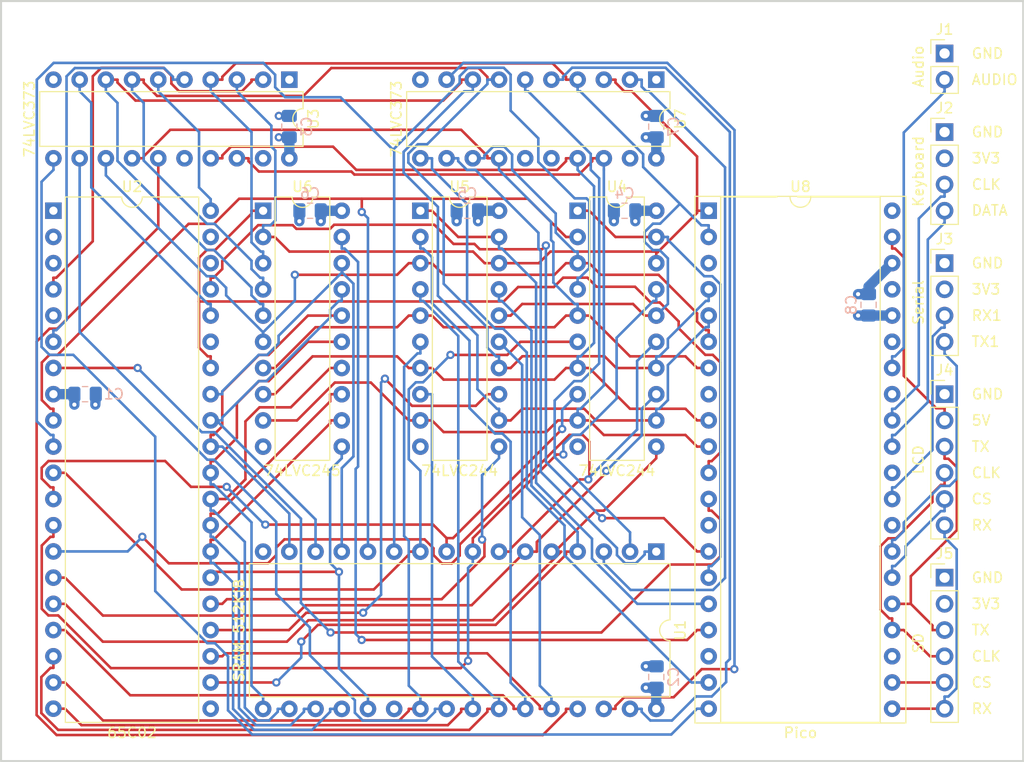
<source format=kicad_pcb>
(kicad_pcb (version 20211014) (generator pcbnew)
  (layers (0 "F.Cu" signal) (1 "In1.Cu" power) (2 "In2.Cu" power) (31 "B.Cu" signal) (34 "B.Paste" user) (35 "F.Paste" user) (36 "B.SilkS" user "B.Silkscreen") (37 "F.SilkS" user "F.Silkscreen") (38 "B.Mask" user) (39 "F.Mask" user) (44 "Edge.Cuts" user))
  (net 0 "")
  (net 1 "/AUDIO")
  (net 2 "/PS2_CLK")
  (net 3 "/PS2_DATA")
  (net 4 "/SPI_TX")
  (net 5 "/SPI_CLK")
  (net 6 "/LCD_!CS")
  (net 7 "/SPI_RX")
  (net 8 "/SD_!CS")
  (net 9 "/BA18")
  (net 10 "/BA16")
  (net 11 "/BA14")
  (net 12 "/A12")
  (net 13 "/A7")
  (net 14 "/A6")
  (net 15 "/A5")
  (net 16 "/A4")
  (net 17 "/A3")
  (net 18 "/A2")
  (net 19 "/A1")
  (net 20 "/A0")
  (net 21 "/D0")
  (net 22 "/D1")
  (net 23 "/D2")
  (net 24 "/D3")
  (net 25 "/D4")
  (net 26 "/D5")
  (net 27 "/D6")
  (net 28 "/D7")
  (net 29 "/A10")
  (net 30 "/!RAM_R")
  (net 31 "/A11")
  (net 32 "/A9")
  (net 33 "/A8")
  (net 34 "/A13")
  (net 35 "/!RAM_W")
  (net 36 "/BA17")
  (net 37 "/BA15")
  (net 38 "/PD0")
  (net 39 "/PD1")
  (net 40 "/PD2")
  (net 41 "/PD3")
  (net 42 "/PD4")
  (net 43 "/PD5")
  (net 44 "/PD6")
  (net 45 "/PD7")
  (net 46 "/SYNC")
  (net 47 "/CLK")
  (net 48 "/!A_LO_EN")
  (net 49 "/!A_HI_EN")
  (net 50 "/!D_EN")
  (net 51 "/CTRL_LE")
  (net 52 "/BANK_LE")
  (net 53 "/TX1")
  (net 54 "/RX1")
  (net 55 "/3V3")
  (net 57 "/GND")
  (net 59 "/!IRQ")
  (net 60 "/!NMI")
  (net 61 "/A14")
  (net 62 "/A15")
  (net 63 "/BE")
  (net 65 "/!RST")
  (net 77 "/R_!W")
  (net 78 "/5V")
  (footprint "Package_DIP:DIP-20_W7.62mm" (layer "F.Cu") (at 147.32 93.98 -90)
    (fp_text reference "U3")
    (fp_text value "74LVC373")
  )
  (footprint "Package_DIP:DIP-20_W7.62mm" (layer "F.Cu") (at 175.26 106.685)
    (fp_text reference "U4")
    (fp_text value "74LVC244")
  )
  (footprint "Package_DIP:DIP-32_W15.24mm" (layer "F.Cu") (at 182.88 139.72 -90)
    (fp_text reference "U1")
    (fp_text value "SRAM 512KiB")
  )
  (footprint "Package_DIP:DIP-20_W7.62mm" (layer "F.Cu") (at 160.02 106.685)
    (fp_text reference "U5")
    (fp_text value "74LVC244")
  )
  (footprint "Connector_PinHeader_2.54mm:PinHeader_1x04_P2.54mm_Vertical" (layer "F.Cu") (at 210.82 111.76)
    (fp_text reference "J3")
    (fp_text value "Serial")
  )
  (footprint "Package_DIP:DIP-40_W15.24mm" (layer "F.Cu") (at 124.455 106.68)
    (fp_text reference "U2")
    (fp_text value "65C02")
  )
  (footprint "Connector_PinHeader_2.54mm:PinHeader_1x06_P2.54mm_Vertical" (layer "F.Cu") (at 210.82 142.24)
    (fp_text reference "J5")
    (fp_text value "SD")
  )
  (footprint "Connector_PinHeader_2.54mm:PinHeader_1x04_P2.54mm_Vertical" (layer "F.Cu") (at 210.82 99.06)
    (fp_text reference "J2")
    (fp_text value "Keyboard")
  )
  (footprint "Connector_PinHeader_2.54mm:PinHeader_1x02_P2.54mm_Vertical" (layer "F.Cu") (at 210.82 91.44)
    (fp_text reference "J1")
    (fp_text value "Audio")
  )
  (footprint "Raspberry_Pi_stuff:DIP-40_W17.78mm_Socket" (layer "F.Cu") (at 187.96 106.68)
    (fp_text reference "U8")
    (fp_text value "Pico")
  )
  (footprint "Connector_PinHeader_2.54mm:PinHeader_1x06_P2.54mm_Vertical" (layer "F.Cu") (at 210.82 124.46)
    (fp_text reference "J4")
    (fp_text value "LCD")
  )
  (footprint "Package_DIP:DIP-20_W7.62mm" (layer "F.Cu") (at 182.88 93.98 -90)
    (fp_text reference "U7")
    (fp_text value "74LVC373")
  )
  (footprint "Package_DIP:DIP-20_W7.62mm" (layer "F.Cu") (at 144.78 106.685)
    (fp_text reference "U6")
    (fp_text value "74LVC245")
  )
  (footprint "Capacitor_SMD:C_0805_2012Metric_Pad1.18x1.45mm_HandSolder" (layer "B.Cu") (at 179.8105 106.685 180)
    (fp_text reference "C4")
    (fp_text value "100nF")
  )
  (footprint "Capacitor_SMD:C_0805_2012Metric_Pad1.18x1.45mm_HandSolder" (layer "B.Cu") (at 164.5705 106.685 180)
    (fp_text reference "C5")
    (fp_text value "100nF")
  )
  (footprint "Capacitor_SMD:C_0805_2012Metric_Pad1.18x1.45mm_HandSolder" (layer "B.Cu") (at 149.3305 106.685 180)
    (fp_text reference "C6")
    (fp_text value "100nF")
  )
  (footprint "Capacitor_SMD:C_0805_2012Metric_Pad1.18x1.45mm_HandSolder" (layer "B.Cu") (at 147.32 98.5305 90)
    (fp_text reference "C3")
    (fp_text value "100nF")
  )
  (footprint "Capacitor_SMD:C_0805_2012Metric_Pad1.18x1.45mm_HandSolder" (layer "B.Cu") (at 203.454 115.8025 -90)
    (fp_text reference "C8")
    (fp_text value "100nF")
  )
  (footprint "Capacitor_SMD:C_0805_2012Metric_Pad1.18x1.45mm_HandSolder" (layer "B.Cu") (at 127.5245 124.46)
    (fp_text reference "C1")
    (fp_text value "100nF")
  )
  (footprint "Capacitor_SMD:C_0805_2012Metric_Pad1.18x1.45mm_HandSolder" (layer "B.Cu") (at 182.88 151.8705 90)
    (fp_text reference "C2")
    (fp_text value "100nF")
  )
  (footprint "Capacitor_SMD:C_0805_2012Metric_Pad1.18x1.45mm_HandSolder" (layer "B.Cu") (at 182.88 98.5305 90)
    (fp_text reference "C7")
    (fp_text value "100nF")
  )
  (gr_rect (start 119.38 86.36) (end 218.44 160.02) (layer "Edge.Cuts") (width 0.2) (fill none))
  (gr_text "RX1" (at 213.36 116.84) (layer "F.SilkS") (effects (font (size 1 1)) (justify left)))
  (gr_text "CS" (at 213.343346 134.61928) (layer "F.SilkS") (effects (font (size 1 1)) (justify left)))
  (gr_text "TX" (at 213.36 129.54) (layer "F.SilkS") (effects (font (size 1 1)) (justify left)))
  (gr_text "RX" (at 213.36 154.94) (layer "F.SilkS") (effects (font (size 1 1)) (justify left)))
  (gr_text "CLK" (at 213.36 132.08) (layer "F.SilkS") (effects (font (size 1 1)) (justify left)))
  (gr_text "DATA" (at 213.353578 106.6532) (layer "F.SilkS") (effects (font (size 1 1)) (justify left)))
  (gr_text "GND" (at 213.36 142.24) (layer "F.SilkS") (effects (font (size 1 1)) (justify left)))
  (gr_text "GND" (at 213.36 99.06) (layer "F.SilkS") (effects (font (size 1 1)) (justify left)))
  (gr_text "3V3" (at 213.36 114.3) (layer "F.SilkS") (effects (font (size 1 1)) (justify left)))
  (gr_text "RX" (at 213.36 137.16) (layer "F.SilkS") (effects (font (size 1 1)) (justify left)))
  (gr_text "GND" (at 213.36 124.46) (layer "F.SilkS") (effects (font (size 1 1)) (justify left)))
  (gr_text "CLK" (at 213.36 149.86) (layer "F.SilkS") (effects (font (size 1 1)) (justify left)))
  (gr_text "TX1" (at 213.353578 119.367156) (layer "F.SilkS") (effects (font (size 1 1)) (justify left)))
  (gr_text "3V3" (at 213.36 101.6) (layer "F.SilkS") (effects (font (size 1 1)) (justify left)))
  (gr_text "GND" (at 213.36 91.44) (layer "F.SilkS") (effects (font (size 1 1)) (justify left)))
  (gr_text "GND" (at 213.36 111.76) (layer "F.SilkS") (effects (font (size 1 1)) (justify left)))
  (gr_text "3V3" (at 213.36 144.78) (layer "F.SilkS") (effects (font (size 1 1)) (justify left)))
  (gr_text "CLK" (at 213.36 104.14) (layer "F.SilkS") (effects (font (size 1 1)) (justify left)))
  (gr_text "CS" (at 213.343346 152.39928) (layer "F.SilkS") (effects (font (size 1 1)) (justify left)))
  (gr_text "TX" (at 213.36 147.32) (layer "F.SilkS") (effects (font (size 1 1)) (justify left)))
  (gr_text "5V" (at 213.36 127) (layer "F.SilkS") (effects (font (size 1 1)) (justify left)))
  (gr_text "AUDIO" (at 213.36 93.98) (layer "F.SilkS") (effects (font (size 1 1)) (justify left)))
  (segment (start 205.74 121.92) (end 205.74 120.7947) (width 0.25) (layer "B.Cu") (net 1))
  (segment (start 206.8653 99.11) (end 210.82 95.1553) (width 0.25) (layer "B.Cu") (net 1))
  (segment (start 210.82 93.98) (end 210.82 95.1553) (width 0.25) (layer "B.Cu") (net 1))
  (segment (start 206.0214 120.7947) (end 206.8653 119.9508) (width 0.25) (layer "B.Cu") (net 1))
  (segment (start 206.8653 119.9508) (end 206.8653 99.11) (width 0.25) (layer "B.Cu") (net 1))
  (segment (start 205.74 120.7947) (end 206.0214 120.7947) (width 0.25) (layer "B.Cu") (net 1))
  (segment (start 210.82 104.14) (end 210.82 105.3153) (width 0.25) (layer "B.Cu") (net 2))
  (segment (start 206.0213 125.8747) (end 208.3209 123.5751) (width 0.25) (layer "B.Cu") (net 2))
  (segment (start 205.74 127) (end 205.74 125.8747) (width 0.25) (layer "B.Cu") (net 2))
  (segment (start 208.3209 123.5751) (end 208.3209 107.4471) (width 0.25) (layer "B.Cu") (net 2))
  (segment (start 210.4527 105.3153) (end 210.82 105.3153) (width 0.25) (layer "B.Cu") (net 2))
  (segment (start 205.74 125.8747) (end 206.0213 125.8747) (width 0.25) (layer "B.Cu") (net 2))
  (segment (start 208.3209 107.4471) (end 210.4527 105.3153) (width 0.25) (layer "B.Cu") (net 2))
  (segment (start 210.82 106.68) (end 210.82 107.8553) (width 0.25) (layer "B.Cu") (net 3))
  (segment (start 209.1944 125.2417) (end 206.0214 128.4147) (width 0.25) (layer "B.Cu") (net 3))
  (segment (start 205.74 129.54) (end 205.74 128.4147) (width 0.25) (layer "B.Cu") (net 3))
  (segment (start 210.82 107.8553) (end 209.1944 109.4809) (width 0.25) (layer "B.Cu") (net 3))
  (segment (start 209.1944 109.4809) (end 209.1944 125.2417) (width 0.25) (layer "B.Cu") (net 3))
  (segment (start 206.0214 128.4147) (end 205.74 128.4147) (width 0.25) (layer "B.Cu") (net 3))
  (segment (start 205.74 144.78) (end 206.8653 144.78) (width 0.25) (layer "F.Cu") (net 4))
  (segment (start 212.005 131.533) (end 212.005 137.646) (width 0.25) (layer "F.Cu") (net 4))
  (segment (start 207.5477 144.78) (end 209.6447 146.877) (width 0.25) (layer "F.Cu") (net 4))
  (segment (start 207.5477 144.78) (end 206.8653 144.78) (width 0.25) (layer "F.Cu") (net 4))
  (segment (start 210.82 130.7153) (end 211.1873 130.7153) (width 0.25) (layer "F.Cu") (net 4))
  (segment (start 207.5477 142.1033) (end 207.5477 144.78) (width 0.25) (layer "F.Cu") (net 4))
  (segment (start 211.1873 130.7153) (end 212.005 131.533) (width 0.25) (layer "F.Cu") (net 4))
  (segment (start 209.6447 146.877) (end 209.6447 147.32) (width 0.25) (layer "F.Cu") (net 4))
  (segment (start 210.82 147.32) (end 209.6447 147.32) (width 0.25) (layer "F.Cu") (net 4))
  (segment (start 212.005 137.646) (end 207.5477 142.1033) (width 0.25) (layer "F.Cu") (net 4))
  (segment (start 210.82 129.54) (end 210.82 130.7153) (width 0.25) (layer "F.Cu") (net 4))
  (segment (start 209.6447 134.0632) (end 209.6447 134.9051) (width 0.25) (layer "F.Cu") (net 5))
  (segment (start 210.4526 133.2553) (end 209.6447 134.0632) (width 0.25) (layer "F.Cu") (net 5))
  (segment (start 210.82 132.08) (end 210.82 133.2553) (width 0.25) (layer "F.Cu") (net 5))
  (segment (start 209.4053 149.86) (end 210.82 149.86) (width 0.25) (layer "F.Cu") (net 5))
  (segment (start 206.8653 147.32) (end 209.4053 149.86) (width 0.25) (layer "F.Cu") (net 5))
  (segment (start 205.74 147.32) (end 205.74 146.1947) (width 0.25) (layer "F.Cu") (net 5))
  (segment (start 206.1198 138.43) (end 205.3672 138.43) (width 0.25) (layer "F.Cu") (net 5))
  (segment (start 205.74 147.32) (end 206.8653 147.32) (width 0.25) (layer "F.Cu") (net 5))
  (segment (start 204.6147 139.1825) (end 204.6147 145.3508) (width 0.25) (layer "F.Cu") (net 5))
  (segment (start 209.6447 134.9051) (end 206.1198 138.43) (width 0.25) (layer "F.Cu") (net 5))
  (segment (start 204.6147 145.3508) (end 205.4586 146.1947) (width 0.25) (layer "F.Cu") (net 5))
  (segment (start 205.4586 146.1947) (end 205.74 146.1947) (width 0.25) (layer "F.Cu") (net 5))
  (segment (start 210.82 133.2553) (end 210.4526 133.2553) (width 0.25) (layer "F.Cu") (net 5))
  (segment (start 205.3672 138.43) (end 204.6147 139.1825) (width 0.25) (layer "F.Cu") (net 5))
  (segment (start 207.0519 140.0842) (end 207.0519 139.196) (width 0.25) (layer "B.Cu") (net 6))
  (segment (start 205.74 142.24) (end 205.74 141.1147) (width 0.25) (layer "B.Cu") (net 6))
  (segment (start 206.0214 141.1147) (end 207.0519 140.0842) (width 0.25) (layer "B.Cu") (net 6))
  (segment (start 205.74 141.1147) (end 206.0214 141.1147) (width 0.25) (layer "B.Cu") (net 6))
  (segment (start 210.4526 135.7953) (end 210.82 135.7953) (width 0.25) (layer "B.Cu") (net 6))
  (segment (start 210.82 134.62) (end 210.82 135.7953) (width 0.25) (layer "B.Cu") (net 6))
  (segment (start 207.0519 139.196) (end 210.4526 135.7953) (width 0.25) (layer "B.Cu") (net 6))
  (segment (start 205.74 154.94) (end 210.82 154.94) (width 0.25) (layer "F.Cu") (net 7))
  (segment (start 210.82 137.16) (end 210.82 138.3353) (width 0.25) (layer "B.Cu") (net 7))
  (segment (start 211.9953 139.5106) (end 211.9953 152.9568) (width 0.25) (layer "B.Cu") (net 7))
  (segment (start 210.82 154.94) (end 210.82 153.7647) (width 0.25) (layer "B.Cu") (net 7))
  (segment (start 211.9953 152.9568) (end 211.1874 153.7647) (width 0.25) (layer "B.Cu") (net 7))
  (segment (start 210.82 138.3353) (end 211.9953 139.5106) (width 0.25) (layer "B.Cu") (net 7))
  (segment (start 211.1874 153.7647) (end 210.82 153.7647) (width 0.25) (layer "B.Cu") (net 7))
  (segment (start 205.74 152.4) (end 210.82 152.4) (width 0.25) (layer "F.Cu") (net 8))
  (segment (start 181.7547 140.0014) (end 180.9108 140.8453) (width 0.25) (layer "B.Cu") (net 9))
  (segment (start 182.88 139.72) (end 181.7547 139.72) (width 0.25) (layer "B.Cu") (net 9))
  (segment (start 179.855 140.8453) (end 179.07 140.0603) (width 0.25) (layer "B.Cu") (net 9))
  (segment (start 171.6828 110.573) (end 171.4594 110.3496) (width 0.25) (layer "B.Cu") (net 9))
  (segment (start 180.9108 140.8453) (end 179.855 140.8453) (width 0.25) (layer "B.Cu") (net 9))
  (segment (start 164.5292 102.7253) (end 163.6853 101.8814) (width 0.25) (layer "B.Cu") (net 9))
  (segment (start 171.4594 110.3496) (end 171.4594 108.8196) (width 0.25) (layer "B.Cu") (net 9))
  (segment (start 179.07 140.0603) (end 179.07 139.3711) (width 0.25) (layer "B.Cu") (net 9))
  (segment (start 162.56 101.6) (end 163.6853 101.6) (width 0.25) (layer "B.Cu") (net 9))
  (segment (start 181.7547 139.72) (end 181.7547 140.0014) (width 0.25) (layer "B.Cu") (net 9))
  (segment (start 171.6828 131.9839) (end 171.6828 110.573) (width 0.25) (layer "B.Cu") (net 9))
  (segment (start 171.4594 108.8196) (end 165.3651 102.7253) (width 0.25) (layer "B.Cu") (net 9))
  (segment (start 179.07 139.3711) (end 171.6828 131.9839) (width 0.25) (layer "B.Cu") (net 9))
  (segment (start 165.3651 102.7253) (end 164.5292 102.7253) (width 0.25) (layer "B.Cu") (net 9))
  (segment (start 163.6853 101.8814) (end 163.6853 101.6) (width 0.25) (layer "B.Cu") (net 9))
  (segment (start 173.0337 125.0801) (end 174.9188 123.195) (width 0.25) (layer "B.Cu") (net 10))
  (segment (start 177.3496 121.4778) (end 177.3496 103.545) (width 0.25) (layer "B.Cu") (net 10))
  (segment (start 173.0337 130.5456) (end 173.0337 125.0801) (width 0.25) (layer "B.Cu") (net 10))
  (segment (start 177.3496 103.545) (end 176.53 102.7254) (width 0.25) (layer "B.Cu") (net 10))
  (segment (start 174.9188 123.195) (end 175.6324 123.195) (width 0.25) (layer "B.Cu") (net 10))
  (segment (start 180.34 139.72) (end 180.34 138.5947) (width 0.25) (layer "B.Cu") (net 10))
  (segment (start 170.18 93.98) (end 170.18 95.1053) (width 0.25) (layer "B.Cu") (net 10))
  (segment (start 175.6324 123.195) (end 177.3496 121.4778) (width 0.25) (layer "B.Cu") (net 10))
  (segment (start 180.34 137.8519) (end 173.0337 130.5456) (width 0.25) (layer "B.Cu") (net 10))
  (segment (start 176.53 102.7254) (end 176.53 101.174) (width 0.25) (layer "B.Cu") (net 10))
  (segment (start 180.34 138.5947) (end 180.34 137.8519) (width 0.25) (layer "B.Cu") (net 10))
  (segment (start 170.4613 95.1053) (end 170.18 95.1053) (width 0.25) (layer "B.Cu") (net 10))
  (segment (start 176.53 101.174) (end 170.4613 95.1053) (width 0.25) (layer "B.Cu") (net 10))
  (segment (start 188.3872 143.4328) (end 180.3875 143.4328) (width 0.25) (layer "B.Cu") (net 11))
  (segment (start 189.5448 102.4766) (end 189.5448 142.2752) (width 0.25) (layer "B.Cu") (net 11))
  (segment (start 180.3875 143.4328) (end 177.8 140.8453) (width 0.25) (layer "B.Cu") (net 11))
  (segment (start 181.9078 95.1053) (end 182.1735 95.1053) (width 0.25) (layer "B.Cu") (net 11))
  (segment (start 181.4653 93.98) (end 181.4653 94.6628) (width 0.25) (layer "B.Cu") (net 11))
  (segment (start 180.34 93.98) (end 181.4653 93.98) (width 0.25) (layer "B.Cu") (net 11))
  (segment (start 177.8 139.72) (end 177.8 140.8453) (width 0.25) (layer "B.Cu") (net 11))
  (segment (start 181.4653 94.6628) (end 181.9078 95.1053) (width 0.25) (layer "B.Cu") (net 11))
  (segment (start 182.1735 95.1053) (end 189.5448 102.4766) (width 0.25) (layer "B.Cu") (net 11))
  (segment (start 189.5448 142.2752) (end 188.3872 143.4328) (width 0.25) (layer "B.Cu") (net 11))
  (segment (start 148.4738 148.4348) (end 150.0923 146.8163) (width 0.25) (layer "F.Cu") (net 12))
  (segment (start 175.26 139.72) (end 174.1347 139.72) (width 0.25) (layer "F.Cu") (net 12))
  (segment (start 167.3197 146.8163) (end 174.1347 140.0013) (width 0.25) (layer "F.Cu") (net 12))
  (segment (start 139.695 152.4) (end 146.057 152.4) (width 0.25) (layer "F.Cu") (net 12))
  (segment (start 174.1347 140.0013) (end 174.1347 139.72) (width 0.25) (layer "F.Cu") (net 12))
  (segment (start 150.0923 146.8163) (end 167.3197 146.8163) (width 0.25) (layer "F.Cu") (net 12))
  (via (at 146.057 152.4) (size 0.8) (drill 0.4) (layers "F.Cu" "B.Cu") (net 12))
  (via (at 148.4738 148.4348) (size 0.8) (drill 0.4) (layers "F.Cu" "B.Cu") (net 12))
  (segment (start 175.26 138.5947) (end 175.26 137.8137) (width 0.25) (layer "B.Cu") (net 12))
  (segment (start 170.7822 118.291) (end 167.9215 115.4303) (width 0.25) (layer "B.Cu") (net 12))
  (segment (start 167.9215 115.4303) (end 167.64 115.4303) (width 0.25) (layer "B.Cu") (net 12))
  (segment (start 175.26 139.72) (end 175.26 138.5947) (width 0.25) (layer "B.Cu") (net 12))
  (segment (start 170.7822 133.3359) (end 170.7822 118.291) (width 0.25) (layer "B.Cu") (net 12))
  (segment (start 167.64 114.305) (end 167.64 115.4303) (width 0.25) (layer "B.Cu") (net 12))
  (segment (start 175.26 137.8137) (end 170.7822 133.3359) (width 0.25) (layer "B.Cu") (net 12))
  (segment (start 148.4738 149.9832) (end 148.4738 148.4348) (width 0.25) (layer "B.Cu") (net 12))
  (segment (start 146.057 152.4) (end 148.4738 149.9832) (width 0.25) (layer "B.Cu") (net 12))
  (segment (start 177.8011 135.7492) (end 177.0142 135.7492) (width 0.25) (layer "F.Cu") (net 13))
  (segment (start 173.0434 139.72) (end 173.6684 139.72) (width 0.25) (layer "F.Cu") (net 13))
  (segment (start 125.5803 144.78) (end 129.2467 148.4464) (width 0.25) (layer "F.Cu") (net 13))
  (segment (start 182.88 129.545) (end 182.88 130.6703) (width 0.25) (layer "F.Cu") (net 13))
  (segment (start 147.085 148.4464) (end 149.1654 146.366) (width 0.25) (layer "F.Cu") (net 13))
  (segment (start 182.88 130.6703) (end 177.8011 135.7492) (width 0.25) (layer "F.Cu") (net 13))
  (segment (start 124.455 144.78) (end 125.5803 144.78) (width 0.25) (layer "F.Cu") (net 13))
  (segment (start 167.0224 146.366) (end 173.6684 139.72) (width 0.25) (layer "F.Cu") (net 13))
  (segment (start 129.2467 148.4464) (end 147.085 148.4464) (width 0.25) (layer "F.Cu") (net 13))
  (segment (start 177.0142 135.7492) (end 173.0434 139.72) (width 0.25) (layer "F.Cu") (net 13))
  (segment (start 172.72 139.72) (end 173.0434 139.72) (width 0.25) (layer "F.Cu") (net 13))
  (segment (start 149.1654 146.366) (end 167.0224 146.366) (width 0.25) (layer "F.Cu") (net 13))
  (segment (start 170.18 139.72) (end 171.3053 139.72) (width 0.25) (layer "F.Cu") (net 14))
  (segment (start 164.9846 144.9154) (end 170.18 139.72) (width 0.25) (layer "F.Cu") (net 14))
  (segment (start 171.3053 138.7837) (end 178.0326 132.0564) (width 0.25) (layer "F.Cu") (net 14))
  (segment (start 125.5803 142.24) (end 129.2555 145.9152) (width 0.25) (layer "F.Cu") (net 14))
  (segment (start 147.897 145.9152) (end 148.8968 144.9154) (width 0.25) (layer "F.Cu") (net 14))
  (segment (start 124.455 142.24) (end 125.5803 142.24) (width 0.25) (layer "F.Cu") (net 14))
  (segment (start 148.8968 144.9154) (end 164.9846 144.9154) (width 0.25) (layer "F.Cu") (net 14))
  (segment (start 178.0326 132.0564) (end 178.0326 131.9015) (width 0.25) (layer "F.Cu") (net 14))
  (segment (start 171.3053 139.72) (end 171.3053 138.7837) (width 0.25) (layer "F.Cu") (net 14))
  (segment (start 129.2555 145.9152) (end 147.897 145.9152) (width 0.25) (layer "F.Cu") (net 14))
  (via (at 178.0326 131.9015) (size 0.8) (drill 0.4) (layers "F.Cu" "B.Cu") (net 14))
  (segment (start 181.4749 128.4592) (end 181.4749 125.8701) (width 0.25) (layer "B.Cu") (net 14))
  (segment (start 181.4749 125.8701) (end 182.88 124.465) (width 0.25) (layer "B.Cu") (net 14))
  (segment (start 178.0326 131.9015) (end 181.4749 128.4592) (width 0.25) (layer "B.Cu") (net 14))
  (segment (start 174.4612 128.4059) (end 175.7431 128.4059) (width 0.25) (layer "F.Cu") (net 15))
  (segment (start 133.0709 138.2827) (end 135.639 140.8508) (width 0.25) (layer "F.Cu") (net 15))
  (segment (start 146.8422 138.5329) (end 160.4297 138.5329) (width 0.25) (layer "F.Cu") (net 15))
  (segment (start 161.29 140.0503) (end 162.1097 140.87) (width 0.25) (layer "F.Cu") (net 15))
  (segment (start 168.7653 139.72) (end 168.7653 139.4387) (width 0.25) (layer "F.Cu") (net 15))
  (segment (start 161.29 139.3932) (end 161.29 140.0503) (width 0.25) (layer "F.Cu") (net 15))
  (segment (start 135.639 140.8508) (end 145.2549 140.8508) (width 0.25) (layer "F.Cu") (net 15))
  (segment (start 146.05 140.0557) (end 146.05 139.3251) (width 0.25) (layer "F.Cu") (net 15))
  (segment (start 145.2549 140.8508) (end 146.05 140.0557) (width 0.25) (layer "F.Cu") (net 15))
  (segment (start 163.83 139.0371) (end 174.4612 128.4059) (width 0.25) (layer "F.Cu") (net 15))
  (segment (start 176.4005 129.0633) (end 176.4005 132.618) (width 0.25) (layer "F.Cu") (net 15))
  (segment (start 163.0637 140.87) (end 163.83 140.1037) (width 0.25) (layer "F.Cu") (net 15))
  (segment (start 162.1097 140.87) (end 163.0637 140.87) (width 0.25) (layer "F.Cu") (net 15))
  (segment (start 146.05 139.3251) (end 146.8422 138.5329) (width 0.25) (layer "F.Cu") (net 15))
  (segment (start 175.4791 132.7249) (end 176.2936 132.7249) (width 0.25) (layer "F.Cu") (net 15))
  (segment (start 175.7431 128.4059) (end 176.4005 129.0633) (width 0.25) (layer "F.Cu") (net 15))
  (segment (start 168.7653 139.4387) (end 175.4791 132.7249) (width 0.25) (layer "F.Cu") (net 15))
  (segment (start 163.83 140.1037) (end 163.83 139.0371) (width 0.25) (layer "F.Cu") (net 15))
  (segment (start 160.4297 138.5329) (end 161.29 139.3932) (width 0.25) (layer "F.Cu") (net 15))
  (segment (start 176.4005 132.618) (end 176.2936 132.7249) (width 0.25) (layer "F.Cu") (net 15))
  (segment (start 167.64 139.72) (end 168.7653 139.72) (width 0.25) (layer "F.Cu") (net 15))
  (via (at 176.2936 132.7249) (size 0.8) (drill 0.4) (layers "F.Cu" "B.Cu") (net 15))
  (via (at 133.0709 138.2827) (size 0.8) (drill 0.4) (layers "F.Cu" "B.Cu") (net 15))
  (segment (start 124.455 139.7) (end 131.6536 139.7) (width 0.25) (layer "B.Cu") (net 15))
  (segment (start 181.0245 127.8839) (end 176.2936 132.6148) (width 0.25) (layer "B.Cu") (net 15))
  (segment (start 176.2936 132.6148) (end 176.2936 132.7249) (width 0.25) (layer "B.Cu") (net 15))
  (segment (start 181.0245 121.2405) (end 181.0245 127.8839) (width 0.25) (layer "B.Cu") (net 15))
  (segment (start 182.88 119.385) (end 181.0245 121.2405) (width 0.25) (layer "B.Cu") (net 15))
  (segment (start 131.6536 139.7) (end 133.0709 138.2827) (width 0.25) (layer "B.Cu") (net 15))
  (segment (start 124.455 138.2853) (end 124.1737 138.2853) (width 0.25) (layer "F.Cu") (net 16))
  (segment (start 163.9338 151.0083) (end 164.6425 150.2996) (width 0.25) (layer "F.Cu") (net 16))
  (segment (start 124.1737 138.2853) (end 123.3264 139.1326) (width 0.25) (layer "F.Cu") (net 16))
  (segment (start 123.3264 139.1326) (end 123.3264 145.263) (width 0.25) (layer "F.Cu") (net 16))
  (segment (start 123.3264 145.263) (end 123.9688 145.9054) (width 0.25) (layer "F.Cu") (net 16))
  (segment (start 165.1 138.4235) (end 173.2149 130.3086) (width 0.25) (layer "F.Cu") (net 16))
  (segment (start 124.922 145.9054) (end 130.0249 151.0083) (width 0.25) (layer "F.Cu") (net 16))
  (segment (start 173.2149 130.3086) (end 173.8772 130.3086) (width 0.25) (layer "F.Cu") (net 16))
  (segment (start 165.1 139.72) (end 165.1 138.5947) (width 0.25) (layer "F.Cu") (net 16))
  (segment (start 130.0249 151.0083) (end 163.9338 151.0083) (width 0.25) (layer "F.Cu") (net 16))
  (segment (start 165.1 138.5947) (end 165.1 138.4235) (width 0.25) (layer "F.Cu") (net 16))
  (segment (start 123.9688 145.9054) (end 124.922 145.9054) (width 0.25) (layer "F.Cu") (net 16))
  (segment (start 124.455 137.16) (end 124.455 138.2853) (width 0.25) (layer "F.Cu") (net 16))
  (via (at 164.6425 150.2996) (size 0.8) (drill 0.4) (layers "F.Cu" "B.Cu") (net 16))
  (via (at 173.8772 130.3086) (size 0.8) (drill 0.4) (layers "F.Cu" "B.Cu") (net 16))
  (segment (start 182.5987 115.4303) (end 182.88 115.4303) (width 0.25) (layer "B.Cu") (net 16))
  (segment (start 164.6425 141.3028) (end 165.1 140.8453) (width 0.25) (layer "B.Cu") (net 16))
  (segment (start 175.5385 128.3864) (end 179.0371 124.8878) (width 0.25) (layer "B.Cu") (net 16))
  (segment (start 173.8772 129.2969) (end 174.7877 128.3864) (width 0.25) (layer "B.Cu") (net 16))
  (segment (start 179.0371 124.8878) (end 179.0371 118.9919) (width 0.25) (layer "B.Cu") (net 16))
  (segment (start 165.1 139.72) (end 165.1 140.8453) (width 0.25) (layer "B.Cu") (net 16))
  (segment (start 179.0371 118.9919) (end 182.5987 115.4303) (width 0.25) (layer "B.Cu") (net 16))
  (segment (start 173.8772 130.3086) (end 173.8772 129.2969) (width 0.25) (layer "B.Cu") (net 16))
  (segment (start 182.88 114.305) (end 182.88 115.4303) (width 0.25) (layer "B.Cu") (net 16))
  (segment (start 174.7877 128.3864) (end 175.5385 128.3864) (width 0.25) (layer "B.Cu") (net 16))
  (segment (start 164.6425 150.2996) (end 164.6425 141.3028) (width 0.25) (layer "B.Cu") (net 16))
  (segment (start 161.2498 137.0996) (end 144.9916 137.0996) (width 0.25) (layer "F.Cu") (net 17))
  (segment (start 123.3213 132.6423) (end 123.3213 131.5914) (width 0.25) (layer "F.Cu") (net 17))
  (segment (start 163.1857 138.4098) (end 173.7591 127.8364) (width 0.25) (layer "F.Cu") (net 17))
  (segment (start 135.2873 130.939) (end 137.7905 133.4422) (width 0.25) (layer "F.Cu") (net 17))
  (segment (start 162.56 138.4098) (end 163.1857 138.4098) (width 0.25) (layer "F.Cu") (net 17))
  (segment (start 162.56 139.72) (end 162.56 138.4098) (width 0.25) (layer "F.Cu") (net 17))
  (segment (start 124.455 134.62) (end 124.455 133.4947) (width 0.25) (layer "F.Cu") (net 17))
  (segment (start 137.7905 133.4422) (end 141.2494 133.4422) (width 0.25) (layer "F.Cu") (net 17))
  (segment (start 123.3213 131.5914) (end 123.9737 130.939) (width 0.25) (layer "F.Cu") (net 17))
  (segment (start 124.455 133.4947) (end 124.1737 133.4947) (width 0.25) (layer "F.Cu") (net 17))
  (segment (start 162.56 138.4098) (end 161.2498 137.0996) (width 0.25) (layer "F.Cu") (net 17))
  (segment (start 124.1737 133.4947) (end 123.3213 132.6423) (width 0.25) (layer "F.Cu") (net 17))
  (segment (start 123.9737 130.939) (end 135.2873 130.939) (width 0.25) (layer "F.Cu") (net 17))
  (via (at 141.2494 133.4422) (size 0.8) (drill 0.4) (layers "F.Cu" "B.Cu") (net 17))
  (via (at 173.7591 127.8364) (size 0.8) (drill 0.4) (layers "F.Cu" "B.Cu") (net 17))
  (via (at 144.9916 137.0996) (size 0.8) (drill 0.4) (layers "F.Cu" "B.Cu") (net 17))
  (segment (start 141.2494 133.4422) (end 144.9068 137.0996) (width 0.25) (layer "B.Cu") (net 17))
  (segment (start 173.7591 125.9659) (end 173.7591 127.8364) (width 0.25) (layer "B.Cu") (net 17))
  (segment (start 175.26 124.465) (end 173.7591 125.9659) (width 0.25) (layer "B.Cu") (net 17))
  (segment (start 144.9068 137.0996) (end 144.9916 137.0996) (width 0.25) (layer "B.Cu") (net 17))
  (segment (start 168.4459 120.655) (end 162.9334 120.655) (width 0.25) (layer "F.Cu") (net 18))
  (segment (start 155.5093 143.3867) (end 158.8947 140.0013) (width 0.25) (layer "F.Cu") (net 18))
  (segment (start 136.887 143.3867) (end 155.5093 143.3867) (width 0.25) (layer "F.Cu") (net 18))
  (segment (start 160.02 139.72) (end 158.8947 139.72) (width 0.25) (layer "F.Cu") (net 18))
  (segment (start 169.7159 119.385) (end 168.4459 120.655) (width 0.25) (layer "F.Cu") (net 18))
  (segment (start 175.26 119.385) (end 169.7159 119.385) (width 0.25) (layer "F.Cu") (net 18))
  (segment (start 158.8947 140.0013) (end 158.8947 139.72) (width 0.25) (layer "F.Cu") (net 18))
  (segment (start 124.455 132.08) (end 125.5803 132.08) (width 0.25) (layer "F.Cu") (net 18))
  (segment (start 125.5803 132.08) (end 136.887 143.3867) (width 0.25) (layer "F.Cu") (net 18))
  (via (at 162.9334 120.655) (size 0.8) (drill 0.4) (layers "F.Cu" "B.Cu") (net 18))
  (segment (start 159.5798 123.3077) (end 160.2807 123.3077) (width 0.25) (layer "B.Cu") (net 18))
  (segment (start 160.02 139.72) (end 160.02 131.8892) (width 0.25) (layer "B.Cu") (net 18))
  (segment (start 160.02 131.8892) (end 158.8947 130.7639) (width 0.25) (layer "B.Cu") (net 18))
  (segment (start 158.8947 123.9928) (end 159.5798 123.3077) (width 0.25) (layer "B.Cu") (net 18))
  (segment (start 158.8947 130.7639) (end 158.8947 123.9928) (width 0.25) (layer "B.Cu") (net 18))
  (segment (start 160.2807 123.3077) (end 162.9334 120.655) (width 0.25) (layer "B.Cu") (net 18))
  (segment (start 168.7654 96.9775) (end 168.7654 93.494) (width 0.25) (layer "B.Cu") (net 19))
  (segment (start 168.7654 93.494) (end 168.0965 92.8251) (width 0.25) (layer "B.Cu") (net 19))
  (segment (start 176.3853 105.7481) (end 176.1208 105.4836) (width 0.25) (layer "B.Cu") (net 19))
  (segment (start 145.9462 94.7093) (end 146.9198 95.6829) (width 0.25) (layer "B.Cu") (net 19))
  (segment (start 171.45 99.6621) (end 168.7654 96.9775) (width 0.25) (layer "B.Cu") (net 19))
  (segment (start 157.48 100.8833) (end 157.48 138.5947) (width 0.25) (layer "B.Cu") (net 19))
  (segment (start 157.48 139.72) (end 157.48 138.5947) (width 0.25) (layer "B.Cu") (net 19))
  (segment (start 152.2796 95.6829) (end 157.3685 100.7717) (width 0.25) (layer "B.Cu") (net 19))
  (segment (start 145.9462 93.5057) (end 145.9462 94.7093) (width 0.25) (layer "B.Cu") (net 19))
  (segment (start 157.3685 100.7717) (end 157.48 100.8833) (width 0.25) (layer "B.Cu") (net 19))
  (segment (start 171.45 101.9591) (end 171.45 99.6621) (width 0.25) (layer "B.Cu") (net 19))
  (segment (start 122.847 93.988) (end 124.4791 92.3559) (width 0.25) (layer "B.Cu") (net 19))
  (segment (start 164.646 92.8251) (end 163.83 93.6411) (width 0.25) (layer "B.Cu") (net 19))
  (segment (start 146.9198 95.6829) (end 152.2796 95.6829) (width 0.25) (layer "B.Cu") (net 19))
  (segment (start 124.1737 128.4147) (end 122.847 127.088) (width 0.25) (layer "B.Cu") (net 19))
  (segment (start 122.847 127.088) (end 122.847 93.988) (width 0.25) (layer "B.Cu") (net 19))
  (segment (start 124.455 129.54) (end 124.455 128.4147) (width 0.25) (layer "B.Cu") (net 19))
  (segment (start 175.4528 113.1797) (end 176.3853 112.2472) (width 0.25) (layer "B.Cu") (net 19))
  (segment (start 175.26 113.1797) (end 175.4528 113.1797) (width 0.25) (layer "B.Cu") (net 19))
  (segment (start 168.0965 92.8251) (end 164.646 92.8251) (width 0.25) (layer "B.Cu") (net 19))
  (segment (start 175.26 114.305) (end 175.26 113.1797) (width 0.25) (layer "B.Cu") (net 19))
  (segment (start 124.4791 92.3559) (end 144.7964 92.3559) (width 0.25) (layer "B.Cu") (net 19))
  (segment (start 174.9745 105.4836) (end 171.45 101.9591) (width 0.25) (layer "B.Cu") (net 19))
  (segment (start 163.83 93.6411) (end 163.83 94.3102) (width 0.25) (layer "B.Cu") (net 19))
  (segment (start 176.3853 112.2472) (end 176.3853 105.7481) (width 0.25) (layer "B.Cu") (net 19))
  (segment (start 144.7964 92.3559) (end 145.9462 93.5057) (width 0.25) (layer "B.Cu") (net 19))
  (segment (start 176.1208 105.4836) (end 174.9745 105.4836) (width 0.25) (layer "B.Cu") (net 19))
  (segment (start 163.83 94.3102) (end 157.3685 100.7717) (width 0.25) (layer "B.Cu") (net 19))
  (segment (start 124.455 128.4147) (end 124.1737 128.4147) (width 0.25) (layer "B.Cu") (net 19))
  (segment (start 142.4563 105.5192) (end 140.0255 107.95) (width 0.25) (layer "F.Cu") (net 20))
  (segment (start 154.3418 105.5192) (end 142.4563 105.5192) (width 0.25) (layer "F.Cu") (net 20))
  (segment (start 137.5615 107.95) (end 124.8615 120.65) (width 0.25) (layer "F.Cu") (net 20))
  (segment (start 124.455 127) (end 124.455 125.8747) (width 0.25) (layer "F.Cu") (net 20))
  (segment (start 123.3297 125.0308) (end 124.1736 125.8747) (width 0.25) (layer "F.Cu") (net 20))
  (segment (start 123.3297 121.3948) (end 123.3297 125.0308) (width 0.25) (layer "F.Cu") (net 20))
  (segment (start 124.1736 125.8747) (end 124.455 125.8747) (width 0.25) (layer "F.Cu") (net 20))
  (segment (start 174.1347 109.225) (end 170.4289 105.5192) (width 0.25) (layer "F.Cu") (net 20))
  (segment (start 175.26 109.225) (end 174.1347 109.225) (width 0.25) (layer "F.Cu") (net 20))
  (segment (start 140.0255 107.95) (end 137.5615 107.95) (width 0.25) (layer "F.Cu") (net 20))
  (segment (start 124.0745 120.65) (end 123.3297 121.3948) (width 0.25) (layer "F.Cu") (net 20))
  (segment (start 124.8615 120.65) (end 124.0745 120.65) (width 0.25) (layer "F.Cu") (net 20))
  (segment (start 154.3418 105.5192) (end 154.3418 106.8064) (width 0.25) (layer "F.Cu") (net 20))
  (segment (start 170.4289 105.5192) (end 154.3418 105.5192) (width 0.25) (layer "F.Cu") (net 20))
  (via (at 154.3418 106.8064) (size 0.8) (drill 0.4) (layers "F.Cu" "B.Cu") (net 20))
  (segment (start 154.94 107.4046) (end 154.94 139.72) (width 0.25) (layer "B.Cu") (net 20))
  (segment (start 154.3418 106.8064) (end 154.94 107.4046) (width 0.25) (layer "B.Cu") (net 20))
  (segment (start 152.4285 112.6513) (end 146.2793 118.8005) (width 0.25) (layer "B.Cu") (net 21))
  (segment (start 145.1671 120.655) (end 144.344 120.655) (width 0.25) (layer "B.Cu") (net 21))
  (segment (start 144.344 120.655) (end 140.8203 124.1787) (width 0.25) (layer "B.Cu") (net 21))
  (segment (start 139.695 124.46) (end 140.8203 124.46) (width 0.25) (layer "B.Cu") (net 21))
  (segment (start 152.4 111.765) (end 152.4 112.3276) (width 0.25) (layer "B.Cu") (net 21))
  (segment (start 146.2793 119.5428) (end 145.1671 120.655) (width 0.25) (layer "B.Cu") (net 21))
  (segment (start 140.8203 124.1787) (end 140.8203 124.46) (width 0.25) (layer "B.Cu") (net 21))
  (segment (start 152.4 112.3276) (end 152.4285 112.3561) (width 0.25) (layer "B.Cu") (net 21))
  (segment (start 153.5312 113.754) (end 153.5312 130.4955) (width 0.25) (layer "B.Cu") (net 21))
  (segment (start 152.4 131.6267) (end 152.4 139.72) (width 0.25) (layer "B.Cu") (net 21))
  (segment (start 153.5312 130.4955) (end 152.4 131.6267) (width 0.25) (layer "B.Cu") (net 21))
  (segment (start 146.2793 118.8005) (end 146.2793 119.5428) (width 0.25) (layer "B.Cu") (net 21))
  (segment (start 152.4285 112.3561) (end 152.4285 112.6513) (width 0.25) (layer "B.Cu") (net 21))
  (segment (start 152.4285 112.6513) (end 153.5312 113.754) (width 0.25) (layer "B.Cu") (net 21))
  (segment (start 151.2747 116.2742) (end 151.2747 117.0235) (width 0.25) (layer "B.Cu") (net 22))
  (segment (start 144.344 123.195) (end 140.8203 126.7187) (width 0.25) (layer "B.Cu") (net 22))
  (segment (start 152.1186 115.4303) (end 151.2747 116.2742) (width 0.25) (layer "B.Cu") (net 22))
  (segment (start 149.86 136.6023) (end 149.86 139.72) (width 0.25) (layer "B.Cu") (net 22))
  (segment (start 145.1032 123.195) (end 144.344 123.195) (width 0.25) (layer "B.Cu") (net 22))
  (segment (start 140.2577 127) (end 140.8203 127) (width 0.25) (layer "B.Cu") (net 22))
  (segment (start 139.695 127) (end 140.2577 127) (width 0.25) (layer "B.Cu") (net 22))
  (segment (start 140.2577 127) (end 149.86 136.6023) (width 0.25) (layer "B.Cu") (net 22))
  (segment (start 140.8203 126.7187) (end 140.8203 127) (width 0.25) (layer "B.Cu") (net 22))
  (segment (start 152.4 114.305) (end 152.4 115.4303) (width 0.25) (layer "B.Cu") (net 22))
  (segment (start 152.4 115.4303) (end 152.1186 115.4303) (width 0.25) (layer "B.Cu") (net 22))
  (segment (start 151.2747 117.0235) (end 145.1032 123.195) (width 0.25) (layer "B.Cu") (net 22))
  (segment (start 152.4 116.845) (end 149.1202 116.845) (width 0.25) (layer "F.Cu") (net 23))
  (segment (start 144.3789 120.655) (end 140.8203 124.2136) (width 0.25) (layer "F.Cu") (net 23))
  (segment (start 149.1202 116.845) (end 145.3102 120.655) (width 0.25) (layer "F.Cu") (net 23))
  (segment (start 145.3102 120.655) (end 144.3789 120.655) (width 0.25) (layer "F.Cu") (net 23))
  (segment (start 140.8203 124.2136) (end 140.8203 127.5708) (width 0.25) (layer "F.Cu") (net 23))
  (segment (start 140.8203 127.5708) (end 139.9764 128.4147) (width 0.25) (layer "F.Cu") (net 23))
  (segment (start 139.9764 128.4147) (end 139.695 128.4147) (width 0.25) (layer "F.Cu") (net 23))
  (segment (start 139.695 129.54) (end 139.695 128.4147) (width 0.25) (layer "F.Cu") (net 23))
  (segment (start 139.695 129.54) (end 140.8203 129.54) (width 0.25) (layer "B.Cu") (net 23))
  (segment (start 140.8203 129.54) (end 147.32 136.0397) (width 0.25) (layer "B.Cu") (net 23))
  (segment (start 147.32 136.0397) (end 147.32 139.72) (width 0.25) (layer "B.Cu") (net 23))
  (segment (start 144.3789 123.195) (end 142.235 125.3389) (width 0.25) (layer "F.Cu") (net 24))
  (segment (start 139.695 132.08) (end 139.695 130.9547) (width 0.25) (layer "F.Cu") (net 24))
  (segment (start 142.235 125.3389) (end 142.235 128.696) (width 0.25) (layer "F.Cu") (net 24))
  (segment (start 149.1202 119.385) (end 145.3102 123.195) (width 0.25) (layer "F.Cu") (net 24))
  (segment (start 142.235 128.696) (end 139.9763 130.9547) (width 0.25) (layer "F.Cu") (net 24))
  (segment (start 139.9763 130.9547) (end 139.695 130.9547) (width 0.25) (layer "F.Cu") (net 24))
  (segment (start 145.3102 123.195) (end 144.3789 123.195) (width 0.25) (layer "F.Cu") (net 24))
  (segment (start 152.4 119.385) (end 149.1202 119.385) (width 0.25) (layer "F.Cu") (net 24))
  (segment (start 139.695 133.2053) (end 139.9764 133.2053) (width 0.25) (layer "B.Cu") (net 24))
  (segment (start 143.6547 152.7094) (end 144.78 153.8347) (width 0.25) (layer "B.Cu") (net 24))
  (segment (start 139.9764 133.2053) (end 143.6547 136.8836) (width 0.25) (layer "B.Cu") (net 24))
  (segment (start 144.78 154.96) (end 144.78 153.8347) (width 0.25) (layer "B.Cu") (net 24))
  (segment (start 143.6547 136.8836) (end 143.6547 152.7094) (width 0.25) (layer "B.Cu") (net 24))
  (segment (start 139.695 132.08) (end 139.695 133.2053) (width 0.25) (layer "B.Cu") (net 24))
  (segment (start 152.4 121.925) (end 151.2747 121.925) (width 0.25) (layer "F.Cu") (net 25))
  (segment (start 147.4647 125.735) (end 144.4283 125.735) (width 0.25) (layer "F.Cu") (net 25))
  (segment (start 151.2747 121.925) (end 147.4647 125.735) (width 0.25) (layer "F.Cu") (net 25))
  (segment (start 143.0653 132.7145) (end 141.1598 134.62) (width 0.25) (layer "F.Cu") (net 25))
  (segment (start 143.0653 127.098) (end 143.0653 132.7145) (width 0.25) (layer "F.Cu") (net 25))
  (segment (start 141.1598 134.62) (end 139.695 134.62) (width 0.25) (layer "F.Cu") (net 25))
  (segment (start 144.4283 125.735) (end 143.0653 127.098) (width 0.25) (layer "F.Cu") (net 25))
  (segment (start 139.695 134.62) (end 139.695 135.7453) (width 0.25) (layer "B.Cu") (net 25))
  (segment (start 139.695 135.7453) (end 139.9763 135.7453) (width 0.25) (layer "B.Cu") (net 25))
  (segment (start 146.1947 155.2414) (end 146.1947 154.96) (width 0.25) (layer "B.Cu") (net 25))
  (segment (start 143.0063 154.8226) (end 144.269 156.0853) (width 0.25) (layer "B.Cu") (net 25))
  (segment (start 139.9763 135.7453) (end 143.0063 138.7753) (width 0.25) (layer "B.Cu") (net 25))
  (segment (start 143.0063 138.7753) (end 143.0063 154.8226) (width 0.25) (layer "B.Cu") (net 25))
  (segment (start 147.32 154.96) (end 146.1947 154.96) (width 0.25) (layer "B.Cu") (net 25))
  (segment (start 144.269 156.0853) (end 145.3508 156.0853) (width 0.25) (layer "B.Cu") (net 25))
  (segment (start 145.3508 156.0853) (end 146.1947 155.2414) (width 0.25) (layer "B.Cu") (net 25))
  (segment (start 151.2747 125.1621) (end 140.4021 136.0347) (width 0.25) (layer "F.Cu") (net 26))
  (segment (start 139.695 137.16) (end 139.695 136.0347) (width 0.25) (layer "F.Cu") (net 26))
  (segment (start 152.4 124.465) (end 151.2747 124.465) (width 0.25) (layer "F.Cu") (net 26))
  (segment (start 140.4021 136.0347) (end 139.695 136.0347) (width 0.25) (layer "F.Cu") (net 26))
  (segment (start 151.2747 124.465) (end 151.2747 125.1621) (width 0.25) (layer "F.Cu") (net 26))
  (segment (start 149.86 154.96) (end 148.7347 154.96) (width 0.25) (layer "B.Cu") (net 26))
  (segment (start 148.7347 155.2413) (end 148.7347 154.96) (width 0.25) (layer "B.Cu") (net 26))
  (segment (start 139.695 137.16) (end 139.695 138.2853) (width 0.25) (layer "B.Cu") (net 26))
  (segment (start 142.4383 140.8176) (end 142.4383 154.8915) (width 0.25) (layer "B.Cu") (net 26))
  (segment (start 144.0892 156.5424) (end 147.4336 156.5424) (width 0.25) (layer "B.Cu") (net 26))
  (segment (start 147.4336 156.5424) (end 148.7347 155.2413) (width 0.25) (layer "B.Cu") (net 26))
  (segment (start 142.4383 154.8915) (end 144.0892 156.5424) (width 0.25) (layer "B.Cu") (net 26))
  (segment (start 139.906 138.2853) (end 142.4383 140.8176) (width 0.25) (layer "B.Cu") (net 26))
  (segment (start 139.695 138.2853) (end 139.906 138.2853) (width 0.25) (layer "B.Cu") (net 26))
  (segment (start 139.9838 138.5747) (end 139.695 138.5747) (width 0.25) (layer "F.Cu") (net 27))
  (segment (start 152.4 127.005) (end 151.2747 127.005) (width 0.25) (layer "F.Cu") (net 27))
  (segment (start 151.2747 127.005) (end 151.2747 127.2838) (width 0.25) (layer "F.Cu") (net 27))
  (segment (start 139.695 139.7) (end 139.695 138.5747) (width 0.25) (layer "F.Cu") (net 27))
  (segment (start 151.2747 127.2838) (end 139.9838 138.5747) (width 0.25) (layer "F.Cu") (net 27))
  (segment (start 139.695 140.8253) (end 139.9763 140.8253) (width 0.25) (layer "B.Cu") (net 27))
  (segment (start 149.5233 156.9927) (end 151.2747 155.2413) (width 0.25) (layer "B.Cu") (net 27))
  (segment (start 151.2747 155.2413) (end 151.2747 154.96) (width 0.25) (layer "B.Cu") (net 27))
  (segment (start 141.8707 154.9608) (end 143.9026 156.9927) (width 0.25) (layer "B.Cu") (net 27))
  (segment (start 152.4 154.96) (end 151.2747 154.96) (width 0.25) (layer "B.Cu") (net 27))
  (segment (start 139.9763 140.8253) (end 141.8707 142.7197) (width 0.25) (layer "B.Cu") (net 27))
  (segment (start 141.8707 142.7197) (end 141.8707 154.9608) (width 0.25) (layer "B.Cu") (net 27))
  (segment (start 139.695 139.7) (end 139.695 140.8253) (width 0.25) (layer "B.Cu") (net 27))
  (segment (start 143.9026 156.9927) (end 149.5233 156.9927) (width 0.25) (layer "B.Cu") (net 27))
  (segment (start 139.695 142.24) (end 139.695 141.6773) (width 0.25) (layer "F.Cu") (net 28))
  (segment (start 139.695 141.6773) (end 152.1291 141.6773) (width 0.25) (layer "F.Cu") (net 28))
  (via (at 152.1291 141.6773) (size 0.8) (drill 0.4) (layers "F.Cu" "B.Cu") (net 28))
  (segment (start 151.2707 140.8189) (end 152.1291 141.6773) (width 0.25) (layer "B.Cu") (net 28))
  (segment (start 152.4 129.545) (end 152.4 130.6703) (width 0.25) (layer "B.Cu") (net 28))
  (segment (start 152.4 130.6703) (end 151.2707 131.7996) (width 0.25) (layer "B.Cu") (net 28))
  (segment (start 154.94 154.96) (end 154.94 153.8347) (width 0.25) (layer "B.Cu") (net 28))
  (segment (start 154.94 153.8347) (end 152.1291 151.0238) (width 0.25) (layer "B.Cu") (net 28))
  (segment (start 151.2707 131.7996) (end 151.2707 140.8189) (width 0.25) (layer "B.Cu") (net 28))
  (segment (start 152.1291 151.0238) (end 152.1291 141.6773) (width 0.25) (layer "B.Cu") (net 28))
  (segment (start 160.02 154.96) (end 158.8947 154.96) (width 0.25) (layer "F.Cu") (net 29))
  (segment (start 129.2656 156.0853) (end 157.9622 156.0853) (width 0.25) (layer "F.Cu") (net 29))
  (segment (start 157.9622 156.0853) (end 158.8947 155.1528) (width 0.25) (layer "F.Cu") (net 29))
  (segment (start 124.455 152.4) (end 125.5803 152.4) (width 0.25) (layer "F.Cu") (net 29))
  (segment (start 125.5803 152.4) (end 129.2656 156.0853) (width 0.25) (layer "F.Cu") (net 29))
  (segment (start 158.8947 155.1528) (end 158.8947 154.96) (width 0.25) (layer "F.Cu") (net 29))
  (segment (start 158.4444 138.2102) (end 158.8947 138.6605) (width 0.25) (layer "B.Cu") (net 29))
  (segment (start 158.8947 152.7094) (end 160.02 153.8347) (width 0.25) (layer "B.Cu") (net 29))
  (segment (start 160.02 120.5103) (end 159.7387 120.5103) (width 0.25) (layer "B.Cu") (net 29))
  (segment (start 158.4444 121.8046) (end 158.4444 138.2102) (width 0.25) (layer "B.Cu") (net 29))
  (segment (start 158.8947 138.6605) (end 158.8947 152.7094) (width 0.25) (layer "B.Cu") (net 29))
  (segment (start 160.02 154.96) (end 160.02 153.8347) (width 0.25) (layer "B.Cu") (net 29))
  (segment (start 160.02 119.385) (end 160.02 120.5103) (width 0.25) (layer "B.Cu") (net 29))
  (segment (start 159.7387 120.5103) (end 158.4444 121.8046) (width 0.25) (layer "B.Cu") (net 29))
  (segment (start 160.584 156.092) (end 154.432 156.092) (width 0.25) (layer "B.Cu") (net 30))
  (segment (start 127 118.4425) (end 127 101.6) (width 0.25) (layer "B.Cu") (net 30))
  (segment (start 146.05 143.8102) (end 146.05 136.8431) (width 0.25) (layer "B.Cu") (net 30))
  (segment (start 140.0169 130.81) (end 139.3675 130.81) (width 0.25) (layer "B.Cu") (net 30))
  (segment (start 161.4347 155.2413) (end 160.584 156.092) (width 0.25) (layer "B.Cu") (net 30))
  (segment (start 149.3101 147.0703) (end 146.05 143.8102) (width 0.25) (layer "B.Cu") (net 30))
  (segment (start 161.4347 154.96) (end 161.4347 155.2413) (width 0.25) (layer "B.Cu") (net 30))
  (segment (start 162.56 154.96) (end 161.4347 154.96) (width 0.25) (layer "B.Cu") (net 30))
  (segment (start 146.05 136.8431) (end 140.0169 130.81) (width 0.25) (layer "B.Cu") (net 30))
  (segment (start 153.67 155.33) (end 153.67 154.1234) (width 0.25) (layer "B.Cu") (net 30))
  (segment (start 139.3675 130.81) (end 127 118.4425) (width 0.25) (layer "B.Cu") (net 30))
  (segment (start 149.3101 149.7635) (end 149.3101 147.0703) (width 0.25) (layer "B.Cu") (net 30))
  (segment (start 153.67 154.1234) (end 149.3101 149.7635) (width 0.25) (layer "B.Cu") (net 30))
  (segment (start 154.432 156.092) (end 153.67 155.33) (width 0.25) (layer "B.Cu") (net 30))
  (segment (start 163.9747 154.96) (end 163.9747 155.2414) (width 0.25) (layer "F.Cu") (net 31))
  (segment (start 165.1 154.96) (end 163.9747 154.96) (width 0.25) (layer "F.Cu") (net 31))
  (segment (start 124.455 154.94) (end 125.5803 154.94) (width 0.25) (layer "F.Cu") (net 31))
  (segment (start 127.1759 156.5356) (end 125.5803 154.94) (width 0.25) (layer "F.Cu") (net 31))
  (segment (start 162.6805 156.5356) (end 127.1759 156.5356) (width 0.25) (layer "F.Cu") (net 31))
  (segment (start 163.9747 155.2414) (end 162.6805 156.5356) (width 0.25) (layer "F.Cu") (net 31))
  (segment (start 160.02 124.465) (end 161.1453 124.465) (width 0.25) (layer "B.Cu") (net 31))
  (segment (start 161.1453 149.88) (end 161.1453 124.465) (width 0.25) (layer "B.Cu") (net 31))
  (segment (start 165.1 153.8347) (end 161.1453 149.88) (width 0.25) (layer "B.Cu") (net 31))
  (segment (start 165.1 154.96) (end 165.1 153.8347) (width 0.25) (layer "B.Cu") (net 31))
  (segment (start 166.5147 155.2413) (end 164.7612 156.9948) (width 0.25) (layer "F.Cu") (net 32))
  (segment (start 124.9158 156.9948) (end 123.2859 155.3649) (width 0.25) (layer "F.Cu") (net 32))
  (segment (start 166.5147 154.96) (end 166.5147 155.2413) (width 0.25) (layer "F.Cu") (net 32))
  (segment (start 123.2859 155.3649) (end 123.2859 151.8731) (width 0.25) (layer "F.Cu") (net 32))
  (segment (start 124.455 149.86) (end 124.455 150.9853) (width 0.25) (layer "F.Cu") (net 32))
  (segment (start 164.7612 156.9948) (end 124.9158 156.9948) (width 0.25) (layer "F.Cu") (net 32))
  (segment (start 167.64 154.96) (end 166.5147 154.96) (width 0.25) (layer "F.Cu") (net 32))
  (segment (start 124.1737 150.9853) (end 124.455 150.9853) (width 0.25) (layer "F.Cu") (net 32))
  (segment (start 123.2859 151.8731) (end 124.1737 150.9853) (width 0.25) (layer "F.Cu") (net 32))
  (segment (start 163.6926 118.8216) (end 160.3013 115.4303) (width 0.25) (layer "B.Cu") (net 32))
  (segment (start 167.1515 153.8347) (end 163.6926 150.3758) (width 0.25) (layer "B.Cu") (net 32))
  (segment (start 160.02 114.305) (end 160.02 115.4303) (width 0.25) (layer "B.Cu") (net 32))
  (segment (start 160.3013 115.4303) (end 160.02 115.4303) (width 0.25) (layer "B.Cu") (net 32))
  (segment (start 163.6926 150.3758) (end 163.6926 118.8216) (width 0.25) (layer "B.Cu") (net 32))
  (segment (start 167.64 153.8347) (end 167.1515 153.8347) (width 0.25) (layer "B.Cu") (net 32))
  (segment (start 167.64 154.96) (end 167.64 153.8347) (width 0.25) (layer "B.Cu") (net 32))
  (segment (start 170.18 154.96) (end 169.0547 154.96) (width 0.25) (layer "F.Cu") (net 33))
  (segment (start 168.0155 153.6395) (end 169.0547 154.6787) (width 0.25) (layer "F.Cu") (net 33))
  (segment (start 125.5803 147.32) (end 131.8998 153.6395) (width 0.25) (layer "F.Cu") (net 33))
  (segment (start 131.8998 153.6395) (end 168.0155 153.6395) (width 0.25) (layer "F.Cu") (net 33))
  (segment (start 169.0547 154.6787) (end 169.0547 154.96) (width 0.25) (layer "F.Cu") (net 33))
  (segment (start 124.455 147.32) (end 125.5803 147.32) (width 0.25) (layer "F.Cu") (net 33))
  (segment (start 164.7801 119.2722) (end 161.1453 115.6374) (width 0.25) (layer "B.Cu") (net 33))
  (segment (start 170.18 154.96) (end 170.18 153.8347) (width 0.25) (layer "B.Cu") (net 33))
  (segment (start 164.7801 125.8115) (end 164.7801 119.2722) (width 0.25) (layer "B.Cu") (net 33))
  (segment (start 168.7653 129.0727) (end 167.9676 128.275) (width 0.25) (layer "B.Cu") (net 33))
  (segment (start 167.2436 128.275) (end 164.7801 125.8115) (width 0.25) (layer "B.Cu") (net 33))
  (segment (start 167.9676 128.275) (end 167.2436 128.275) (width 0.25) (layer "B.Cu") (net 33))
  (segment (start 168.7653 152.42) (end 168.7653 129.0727) (width 0.25) (layer "B.Cu") (net 33))
  (segment (start 161.1453 115.6374) (end 161.1453 111.1942) (width 0.25) (layer "B.Cu") (net 33))
  (segment (start 170.18 153.8347) (end 168.7653 152.42) (width 0.25) (layer "B.Cu") (net 33))
  (segment (start 160.02 109.225) (end 160.02 110.3503) (width 0.25) (layer "B.Cu") (net 33))
  (segment (start 161.1453 111.1942) (end 160.3014 110.3503) (width 0.25) (layer "B.Cu") (net 33))
  (segment (start 160.3014 110.3503) (end 160.02 110.3503) (width 0.25) (layer "B.Cu") (net 33))
  (segment (start 140.8203 149.86) (end 141.106 149.5743) (width 0.25) (layer "F.Cu") (net 34))
  (segment (start 141.106 149.5743) (end 166.4903 149.5743) (width 0.25) (layer "F.Cu") (net 34))
  (segment (start 172.72 154.96) (end 171.5947 154.96) (width 0.25) (layer "F.Cu") (net 34))
  (segment (start 139.695 149.86) (end 140.8203 149.86) (width 0.25) (layer "F.Cu") (net 34))
  (segment (start 171.5947 154.6787) (end 171.5947 154.96) (width 0.25) (layer "F.Cu") (net 34))
  (segment (start 166.4903 149.5743) (end 171.5947 154.6787) (width 0.25) (layer "F.Cu") (net 34))
  (segment (start 169.8815 121.6265) (end 167.64 119.385) (width 0.25) (layer "B.Cu") (net 34))
  (segment (start 169.8815 136.3891) (end 169.8815 121.6265) (width 0.25) (layer "B.Cu") (net 34))
  (segment (start 171.5947 152.7094) (end 171.5947 138.1023) (width 0.25) (layer "B.Cu") (net 34))
  (segment (start 172.72 154.96) (end 172.72 153.8347) (width 0.25) (layer "B.Cu") (net 34))
  (segment (start 171.5947 138.1023) (end 169.8815 136.3891) (width 0.25) (layer "B.Cu") (net 34))
  (segment (start 172.72 153.8347) (end 171.5947 152.7094) (width 0.25) (layer "B.Cu") (net 34))
  (segment (start 124.7643 157.4919) (end 122.8308 155.5584) (width 0.25) (layer "F.Cu") (net 35))
  (segment (start 174.1347 154.96) (end 174.1347 155.2413) (width 0.25) (layer "F.Cu") (net 35))
  (segment (start 122.8308 155.5584) (end 122.8308 119.3634) (width 0.25) (layer "F.Cu") (net 35))
  (segment (start 134.62 108.3224) (end 134.62 101.6) (width 0.25) (layer "F.Cu") (net 35))
  (segment (start 124.8324 118.11) (end 134.62 108.3224) (width 0.25) (layer "F.Cu") (net 35))
  (segment (start 124.0842 118.11) (end 124.8324 118.11) (width 0.25) (layer "F.Cu") (net 35))
  (segment (start 174.1347 155.2413) (end 171.8841 157.4919) (width 0.25) (layer "F.Cu") (net 35))
  (segment (start 122.8308 119.3634) (end 124.0842 118.11) (width 0.25) (layer "F.Cu") (net 35))
  (segment (start 171.8841 157.4919) (end 124.7643 157.4919) (width 0.25) (layer "F.Cu") (net 35))
  (segment (start 175.26 154.96) (end 174.1347 154.96) (width 0.25) (layer "F.Cu") (net 35))
  (segment (start 187.2852 151.1078) (end 190.4416 151.1078) (width 0.25) (layer "F.Cu") (net 36))
  (segment (start 177.8 154.96) (end 178.9253 154.96) (width 0.25) (layer "F.Cu") (net 36))
  (segment (start 179.7692 153.8347) (end 184.5583 153.8347) (width 0.25) (layer "F.Cu") (net 36))
  (segment (start 178.9253 154.6786) (end 179.7692 153.8347) (width 0.25) (layer "F.Cu") (net 36))
  (segment (start 178.9253 154.96) (end 178.9253 154.6786) (width 0.25) (layer "F.Cu") (net 36))
  (segment (start 184.5583 153.8347) (end 187.2852 151.1078) (width 0.25) (layer "F.Cu") (net 36))
  (via (at 190.4416 151.1078) (size 0.8) (drill 0.4) (layers "F.Cu" "B.Cu") (net 36))
  (segment (start 164.1885 92.3515) (end 162.56 93.98) (width 0.25) (layer "B.Cu") (net 36))
  (segment (start 190.4613 151.0881) (end 190.4613 98.8639) (width 0.25) (layer "B.Cu") (net 36))
  (segment (start 183.9489 92.3515) (end 164.1885 92.3515) (width 0.25) (layer "B.Cu") (net 36))
  (segment (start 190.4613 98.8639) (end 183.9489 92.3515) (width 0.25) (layer "B.Cu") (net 36))
  (segment (start 190.4416 151.1078) (end 190.4613 151.0881) (width 0.25) (layer "B.Cu") (net 36))
  (segment (start 188.2598 153.7555) (end 186.7307 153.7555) (width 0.25) (layer "B.Cu") (net 37))
  (segment (start 189.6543 150.4859) (end 189.6543 152.361) (width 0.25) (layer "B.Cu") (net 37))
  (segment (start 180.34 154.96) (end 181.4653 154.96) (width 0.25) (layer "B.Cu") (net 37))
  (segment (start 181.4653 155.2414) (end 181.4653 154.96) (width 0.25) (layer "B.Cu") (net 37))
  (segment (start 172.72 93.98) (end 173.8453 93.98) (width 0.25) (layer "B.Cu") (net 37))
  (segment (start 184.4009 156.0853) (end 182.3092 156.0853) (width 0.25) (layer "B.Cu") (net 37))
  (segment (start 173.8453 93.98) (end 173.8453 93.6987) (width 0.25) (layer "B.Cu") (net 37))
  (segment (start 183.7804 92.8199) (end 190.0109 99.0504) (width 0.25) (layer "B.Cu") (net 37))
  (segment (start 174.7241 92.8199) (end 183.7804 92.8199) (width 0.25) (layer "B.Cu") (net 37))
  (segment (start 190.0109 99.0504) (end 190.0109 150.1293) (width 0.25) (layer "B.Cu") (net 37))
  (segment (start 190.0109 150.1293) (end 189.6543 150.4859) (width 0.25) (layer "B.Cu") (net 37))
  (segment (start 186.7307 153.7555) (end 184.4009 156.0853) (width 0.25) (layer "B.Cu") (net 37))
  (segment (start 189.6543 152.361) (end 188.2598 153.7555) (width 0.25) (layer "B.Cu") (net 37))
  (segment (start 182.3092 156.0853) (end 181.4653 155.2414) (width 0.25) (layer "B.Cu") (net 37))
  (segment (start 173.8453 93.6987) (end 174.7241 92.8199) (width 0.25) (layer "B.Cu") (net 37))
  (segment (start 178.9253 94.2614) (end 179.7692 95.1053) (width 0.25) (layer "F.Cu") (net 38))
  (segment (start 145.9053 109.225) (end 147.32 110.6397) (width 0.25) (layer "F.Cu") (net 38))
  (segment (start 147.32 110.6397) (end 165.1257 110.6397) (width 0.25) (layer "F.Cu") (net 38))
  (segment (start 177.8 93.98) (end 178.9253 93.98) (width 0.25) (layer "F.Cu") (net 38))
  (segment (start 167.64 111.765) (end 168.7653 111.765) (width 0.25) (layer "F.Cu") (net 38))
  (segment (start 168.7653 111.765) (end 171.4947 111.765) (width 0.25) (layer "F.Cu") (net 38))
  (segment (start 179.7692 95.1053) (end 180.5102 95.1053) (width 0.25) (layer "F.Cu") (net 38))
  (segment (start 186.8347 101.4298) (end 186.8347 106.68) (width 0.25) (layer "F.Cu") (net 38))
  (segment (start 144.78 109.225) (end 145.9053 109.225) (width 0.25) (layer "F.Cu") (net 38))
  (segment (start 171.4947 111.765) (end 172.62 110.6397) (width 0.25) (layer "F.Cu") (net 38))
  (segment (start 186.8347 106.887) (end 186.8347 106.68) (width 0.25) (layer "F.Cu") (net 38))
  (segment (start 183.0112 110.7105) (end 186.8347 106.887) (width 0.25) (layer "F.Cu") (net 38))
  (segment (start 182.8092 110.6397) (end 182.88 110.7105) (width 0.25) (layer "F.Cu") (net 38))
  (segment (start 166.251 111.765) (end 166.5147 111.765) (width 0.25) (layer "F.Cu") (net 38))
  (segment (start 172.62 110.6397) (end 182.8092 110.6397) (width 0.25) (layer "F.Cu") (net 38))
  (segment (start 182.88 111.765) (end 182.88 110.7523) (width 0.25) (layer "F.Cu") (net 38))
  (segment (start 182.88 110.7105) (end 183.0112 110.7105) (width 0.25) (layer "F.Cu") (net 38))
  (segment (start 178.9253 93.98) (end 178.9253 94.2614) (width 0.25) (layer "F.Cu") (net 38))
  (segment (start 180.5102 95.1053) (end 186.8347 101.4298) (width 0.25) (layer "F.Cu") (net 38))
  (segment (start 187.96 106.68) (end 186.8347 106.68) (width 0.25) (layer "F.Cu") (net 38))
  (segment (start 165.1257 110.6397) (end 166.251 111.765) (width 0.25) (layer "F.Cu") (net 38))
  (segment (start 167.64 111.765) (end 166.5147 111.765) (width 0.25) (layer "F.Cu") (net 38))
  (segment (start 182.88 110.7105) (end 182.88 110.7523) (width 0.25) (layer "F.Cu") (net 38))
  (segment (start 145.9636 107.6194) (end 145.9636 100.8596) (width 0.25) (layer "B.Cu") (net 38))
  (segment (start 145.9636 100.8596) (end 145.5786 100.4746) (width 0.25) (layer "B.Cu") (net 38))
  (segment (start 145.4833 108.0997) (end 145.9636 107.6194) (width 0.25) (layer "B.Cu") (net 38))
  (segment (start 145.5786 98.4439) (end 142.24 95.1053) (width 0.25) (layer "B.Cu") (net 38))
  (segment (start 142.24 93.98) (end 142.24 95.1053) (width 0.25) (layer "B.Cu") (net 38))
  (segment (start 144.78 109.225) (end 144.78 108.0997) (width 0.25) (layer "B.Cu") (net 38))
  (segment (start 144.78 108.0997) (end 145.4833 108.0997) (width 0.25) (layer "B.Cu") (net 38))
  (segment (start 145.5786 100.4746) (end 145.5786 98.4439) (width 0.25) (layer "B.Cu") (net 38))
  (segment (start 181.7547 116.845) (end 180.6294 115.7197) (width 0.25) (layer "F.Cu") (net 39))
  (segment (start 142.1196 92.4044) (end 140.8253 93.6987) (width 0.25) (layer "F.Cu") (net 39))
  (segment (start 169.8906 115.7197) (end 168.7653 116.845) (width 0.25) (layer "F.Cu") (net 39))
  (segment (start 180.6294 115.7197) (end 169.8906 115.7197) (width 0.25) (layer "F.Cu") (net 39))
  (segment (start 174.1347 93.98) (end 174.1347 93.6986) (width 0.25) (layer "F.Cu") (net 39))
  (segment (start 140.8253 93.6987) (end 140.8253 93.98) (width 0.25) (layer "F.Cu") (net 39))
  (segment (start 174.1347 93.6986) (end 172.8405 92.4044) (width 0.25) (layer "F.Cu") (net 39))
  (segment (start 175.26 93.98) (end 174.1347 93.98) (width 0.25) (layer "F.Cu") (net 39))
  (segment (start 172.8405 92.4044) (end 142.1196 92.4044) (width 0.25) (layer "F.Cu") (net 39))
  (segment (start 139.7 93.98) (end 140.8253 93.98) (width 0.25) (layer "F.Cu") (net 39))
  (segment (start 167.64 116.845) (end 168.7653 116.845) (width 0.25) (layer "F.Cu") (net 39))
  (segment (start 182.88 116.845) (end 181.7547 116.845) (width 0.25) (layer "F.Cu") (net 39))
  (segment (start 144.78 111.765) (end 144.78 110.6397) (width 0.25) (layer "B.Cu") (net 39))
  (segment (start 185.1764 106.0144) (end 187.2567 108.0947) (width 0.25) (layer "B.Cu") (net 39))
  (segment (start 183.2543 107.9365) (end 182.5585 107.9365) (width 0.25) (layer "B.Cu") (net 39))
  (segment (start 182.5585 107.9365) (end 181.7536 108.7414) (width 0.25) (layer "B.Cu") (net 39))
  (segment (start 175.26 95.1053) (end 175.5075 95.1053) (width 0.25) (layer "B.Cu") (net 39))
  (segment (start 187.2567 108.0947) (end 187.96 108.0947) (width 0.25) (layer "B.Cu") (net 39))
  (segment (start 175.26 93.98) (end 175.26 95.1053) (width 0.25) (layer "B.Cu") (net 39))
  (segment (start 175.5075 95.1053) (end 181.61 101.2078) (width 0.25) (layer "B.Cu") (net 39))
  (segment (start 143.6547 99.06) (end 139.7 95.1053) (width 0.25) (layer "B.Cu") (net 39))
  (segment (start 184.0054 111.2988) (end 184.0054 115.7196) (width 0.25) (layer "B.Cu") (net 39))
  (segment (start 139.7 93.98) (end 139.7 95.1053) (width 0.25) (layer "B.Cu") (net 39))
  (segment (start 183.2016 110.495) (end 184.0054 111.2988) (width 0.25) (layer "B.Cu") (net 39))
  (segment (start 182.5457 110.495) (end 183.2016 110.495) (width 0.25) (layer "B.Cu") (net 39))
  (segment (start 144.547 110.6397) (end 143.6547 109.7474) (width 0.25) (layer "B.Cu") (net 39))
  (segment (start 185.1764 106.0144) (end 183.2543 107.9365) (width 0.25) (layer "B.Cu") (net 39))
  (segment (start 184.0054 115.7196) (end 182.88 116.845) (width 0.25) (layer "B.Cu") (net 39))
  (segment (start 144.78 110.6397) (end 144.547 110.6397) (width 0.25) (layer "B.Cu") (net 39))
  (segment (start 181.61 101.2078) (end 181.61 102.448) (width 0.25) (layer "B.Cu") (net 39))
  (segment (start 181.7536 109.7029) (end 182.5457 110.495) (width 0.25) (layer "B.Cu") (net 39))
  (segment (start 181.7536 108.7414) (end 181.7536 109.7029) (width 0.25) (layer "B.Cu") (net 39))
  (segment (start 181.61 102.448) (end 185.1764 106.0144) (width 0.25) (layer "B.Cu") (net 39))
  (segment (start 187.96 109.22) (end 187.96 108.0947) (width 0.25) (layer "B.Cu") (net 39))
  (segment (start 143.6547 109.7474) (end 143.6547 99.06) (width 0.25) (layer "B.Cu") (net 39))
  (segment (start 179.0075 121.925) (end 182.88 121.925) (width 0.25) (layer "F.Cu") (net 40))
  (segment (start 148.6848 95.5556) (end 151.3857 92.8547) (width 0.25) (layer "F.Cu") (net 40))
  (segment (start 167.64 121.925) (end 168.7653 121.925) (width 0.25) (layer "F.Cu") (net 40))
  (segment (start 167.64 93.98) (end 166.5147 93.98) (width 0.25) (layer "F.Cu") (net 40))
  (segment (start 133.2053 93.98) (end 133.2053 94.2614) (width 0.25) (layer "F.Cu") (net 40))
  (segment (start 165.6531 92.8547) (end 166.5147 93.7163) (width 0.25) (layer "F.Cu") (net 40))
  (segment (start 166.5147 93.7163) (end 166.5147 93.98) (width 0.25) (layer "F.Cu") (net 40))
  (segment (start 151.3857 92.8547) (end 165.6531 92.8547) (width 0.25) (layer "F.Cu") (net 40))
  (segment (start 169.9044 120.7859) (end 177.8684 120.7859) (width 0.25) (layer "F.Cu") (net 40))
  (segment (start 134.4995 95.5556) (end 148.6848 95.5556) (width 0.25) (layer "F.Cu") (net 40))
  (segment (start 132.08 93.98) (end 133.2053 93.98) (width 0.25) (layer "F.Cu") (net 40))
  (segment (start 133.2053 94.2614) (end 134.4995 95.5556) (width 0.25) (layer "F.Cu") (net 40))
  (segment (start 168.7653 121.925) (end 169.9044 120.7859) (width 0.25) (layer "F.Cu") (net 40))
  (segment (start 177.8684 120.7859) (end 179.0075 121.925) (width 0.25) (layer "F.Cu") (net 40))
  (segment (start 183.1614 120.7997) (end 182.88 120.7997) (width 0.25) (layer "B.Cu") (net 40))
  (segment (start 139.3389 107.95) (end 140.0783 107.95) (width 0.25) (layer "B.Cu") (net 40))
  (segment (start 133.2053 96.2306) (end 133.2053 101.8164) (width 0.25) (layer "B.Cu") (net 40))
  (segment (start 182.88 121.925) (end 182.88 120.7997) (width 0.25) (layer "B.Cu") (net 40))
  (segment (start 159.7722 100.2368) (end 158.8548 101.1542) (width 0.25) (layer "B.Cu") (net 40))
  (segment (start 184.0053 119.9558) (end 183.1614 120.7997) (width 0.25) (layer "B.Cu") (net 40))
  (segment (start 140.0783 107.95) (end 143.6547 111.5264) (width 0.25) (layer "B.Cu") (net 40))
  (segment (start 160.6799 100.2368) (end 159.7722 100.2368) (width 0.25) (layer "B.Cu") (net 40))
  (segment (start 144.78 114.305) (end 144.78 113.1797) (width 0.25) (layer "B.Cu") (net 40))
  (segment (start 158.8548 101.1542) (end 158.8548 102.0263) (width 0.25) (layer "B.Cu") (net 40))
  (segment (start 167.64 121.925) (end 167.64 120.7997) (width 0.25) (layer "B.Cu") (net 40))
  (segment (start 187.96 115.4253) (end 187.6786 115.4253) (width 0.25) (layer "B.Cu") (net 40))
  (segment (start 187.6786 115.4253) (end 184.0053 119.0986) (width 0.25) (layer "B.Cu") (net 40))
  (segment (start 143.6547 112.3358) (end 144.4986 113.1797) (width 0.25) (layer "B.Cu") (net 40))
  (segment (start 162.279 113.7673) (end 166.5147 118.003) (width 0.25) (layer "B.Cu") (net 40))
  (segment (start 187.96 114.3) (end 187.96 115.4253) (width 0.25) (layer "B.Cu") (net 40))
  (segment (start 162.279 105.4505) (end 162.279 113.7673) (width 0.25) (layer "B.Cu") (net 40))
  (segment (start 184.0053 119.0986) (end 184.0053 119.9558) (width 0.25) (layer "B.Cu") (net 40))
  (segment (start 166.5147 93.98) (end 166.5147 94.402) (width 0.25) (layer "B.Cu") (net 40))
  (segment (start 158.8548 102.0263) (end 162.279 105.4505) (width 0.25) (layer "B.Cu") (net 40))
  (segment (start 167.64 93.98) (end 166.5147 93.98) (width 0.25) (layer "B.Cu") (net 40))
  (segment (start 144.4986 113.1797) (end 144.78 113.1797) (width 0.25) (layer "B.Cu") (net 40))
  (segment (start 166.5147 118.003) (end 166.5147 119.9558) (width 0.25) (layer "B.Cu") (net 40))
  (segment (start 167.3586 120.7997) (end 167.64 120.7997) (width 0.25) (layer "B.Cu") (net 40))
  (segment (start 166.5147 94.402) (end 160.6799 100.2368) (width 0.25) (layer "B.Cu") (net 40))
  (segment (start 143.6547 111.5264) (end 143.6547 112.3358) (width 0.25) (layer "B.Cu") (net 40))
  (segment (start 132.08 95.1053) (end 133.2053 96.2306) (width 0.25) (layer "B.Cu") (net 40))
  (segment (start 166.5147 119.9558) (end 167.3586 120.7997) (width 0.25) (layer "B.Cu") (net 40))
  (segment (start 133.2053 101.8164) (end 139.3389 107.95) (width 0.25) (layer "B.Cu") (net 40))
  (segment (start 132.08 93.98) (end 132.08 95.1053) (width 0.25) (layer "B.Cu") (net 40))
  (segment (start 130.6653 93.98) (end 130.6653 94.2613) (width 0.25) (layer "F.Cu") (net 41))
  (segment (start 169.9044 125.8659) (end 175.8831 125.8659) (width 0.25) (layer "F.Cu") (net 41))
  (segment (start 129.54 93.98) (end 130.6653 93.98) (width 0.25) (layer "F.Cu") (net 41))
  (segment (start 132.4099 96.0059) (end 162.2302 96.0059) (width 0.25) (layer "F.Cu") (net 41))
  (segment (start 162.2302 96.0059) (end 163.9747 94.2614) (width 0.25) (layer "F.Cu") (net 41))
  (segment (start 130.6653 94.2613) (end 132.4099 96.0059) (width 0.25) (layer "F.Cu") (net 41))
  (segment (start 165.1 93.98) (end 163.9747 93.98) (width 0.25) (layer "F.Cu") (net 41))
  (segment (start 168.7653 127.005) (end 169.9044 125.8659) (width 0.25) (layer "F.Cu") (net 41))
  (segment (start 177.0222 127.005) (end 182.88 127.005) (width 0.25) (layer "F.Cu") (net 41))
  (segment (start 175.8831 125.8659) (end 177.0222 127.005) (width 0.25) (layer "F.Cu") (net 41))
  (segment (start 163.9747 94.2614) (end 163.9747 93.98) (width 0.25) (layer "F.Cu") (net 41))
  (segment (start 167.64 127.005) (end 168.7653 127.005) (width 0.25) (layer "F.Cu") (net 41))
  (segment (start 187.6786 117.9653) (end 184.0053 121.6386) (width 0.25) (layer "B.Cu") (net 41))
  (segment (start 184.0053 121.6386) (end 184.0053 125.0358) (width 0.25) (layer "B.Cu") (net 41))
  (segment (start 167.64 127.005) (end 167.64 125.8797) (width 0.25) (layer "B.Cu") (net 41))
  (segment (start 143.6547 114.1222) (end 143.6547 114.8758) (width 0.25) (layer "B.Cu") (net 41))
  (segment (start 143.6547 114.8758) (end 144.4986 115.7197) (width 0.25) (layer "B.Cu") (net 41))
  (segment (start 158.3959 102.9868) (end 161.7185 106.3094) (width 0.25) (layer "B.Cu") (net 41))
  (segment (start 140.0225 110.49) (end 143.6547 114.1222) (width 0.25) (layer "B.Cu") (net 41))
  (segment (start 184.0053 125.0358) (end 183.1614 125.8797) (width 0.25) (layer "B.Cu") (net 41))
  (segment (start 161.7185 114.9248) (end 165.549 118.7553) (width 0.25) (layer "B.Cu") (net 41))
  (segment (start 129.54 93.98) (end 129.54 95.1053) (width 0.25) (layer "B.Cu") (net 41))
  (segment (start 167.4457 125.8797) (end 167.64 125.8797) (width 0.25) (layer "B.Cu") (net 41))
  (segment (start 130.6653 96.2306) (end 130.6653 101.8591) (width 0.25) (layer "B.Cu") (net 41))
  (segment (start 165.549 118.7553) (end 165.549 123.983) (width 0.25) (layer "B.Cu") (net 41))
  (segment (start 187.96 116.84) (end 187.96 117.9653) (width 0.25) (layer "B.Cu") (net 41))
  (segment (start 183.1614 125.8797) (end 182.88 125.8797) (width 0.25) (layer "B.Cu") (net 41))
  (segment (start 164.2668 95.1053) (end 158.3959 100.9762) (width 0.25) (layer "B.Cu") (net 41))
  (segment (start 182.88 127.005) (end 182.88 125.8797) (width 0.25) (layer "B.Cu") (net 41))
  (segment (start 165.1 93.98) (end 165.1 95.1053) (width 0.25) (layer "B.Cu") (net 41))
  (segment (start 144.78 116.845) (end 144.78 115.7197) (width 0.25) (layer "B.Cu") (net 41))
  (segment (start 165.1 95.1053) (end 164.2668 95.1053) (width 0.25) (layer "B.Cu") (net 41))
  (segment (start 144.4986 115.7197) (end 144.78 115.7197) (width 0.25) (layer "B.Cu") (net 41))
  (segment (start 158.3959 100.9762) (end 158.3959 102.9868) (width 0.25) (layer "B.Cu") (net 41))
  (segment (start 129.54 95.1053) (end 130.6653 96.2306) (width 0.25) (layer "B.Cu") (net 41))
  (segment (start 161.7185 106.3094) (end 161.7185 114.9248) (width 0.25) (layer "B.Cu") (net 41))
  (segment (start 139.2962 110.49) (end 140.0225 110.49) (width 0.25) (layer "B.Cu") (net 41))
  (segment (start 130.6653 101.8591) (end 139.2962 110.49) (width 0.25) (layer "B.Cu") (net 41))
  (segment (start 187.96 117.9653) (end 187.6786 117.9653) (width 0.25) (layer "B.Cu") (net 41))
  (segment (start 165.549 123.983) (end 167.4457 125.8797) (width 0.25) (layer "B.Cu") (net 41))
  (segment (start 177.5106 112.8903) (end 183.0977 112.8903) (width 0.25) (layer "F.Cu") (net 42))
  (segment (start 174.1347 111.765) (end 173.0094 112.8903) (width 0.25) (layer "F.Cu") (net 42))
  (segment (start 187.96 119.38) (end 187.96 118.2547) (width 0.25) (layer "F.Cu") (net 42))
  (segment (start 175.26 111.765) (end 176.3853 111.765) (width 0.25) (layer "F.Cu") (net 42))
  (segment (start 173.0094 112.8903) (end 162.2706 112.8903) (width 0.25) (layer "F.Cu") (net 42))
  (segment (start 187.6786 118.2547) (end 187.96 118.2547) (width 0.25) (layer "F.Cu") (net 42))
  (segment (start 157.7694 112.8903) (end 158.8947 111.765) (width 0.25) (layer "F.Cu") (net 42))
  (segment (start 174.6974 111.765) (end 174.1347 111.765) (width 0.25) (layer "F.Cu") (net 42))
  (segment (start 147.8565 112.8903) (end 157.7694 112.8903) (width 0.25) (layer "F.Cu") (net 42))
  (segment (start 160.02 111.765) (end 158.8947 111.765) (width 0.25) (layer "F.Cu") (net 42))
  (segment (start 160.02 111.765) (end 161.1453 111.765) (width 0.25) (layer "F.Cu") (net 42))
  (segment (start 186.8347 116.6273) (end 186.8347 117.4108) (width 0.25) (layer "F.Cu") (net 42))
  (segment (start 162.2706 112.8903) (end 161.1453 111.765) (width 0.25) (layer "F.Cu") (net 42))
  (segment (start 176.3853 111.765) (end 177.5106 112.8903) (width 0.25) (layer "F.Cu") (net 42))
  (segment (start 183.0977 112.8903) (end 186.8347 116.6273) (width 0.25) (layer "F.Cu") (net 42))
  (segment (start 186.8347 117.4108) (end 187.6786 118.2547) (width 0.25) (layer "F.Cu") (net 42))
  (segment (start 174.6974 111.765) (end 175.26 111.765) (width 0.25) (layer "F.Cu") (net 42))
  (via (at 147.8565 112.8903) (size 0.8) (drill 0.4) (layers "F.Cu" "B.Cu") (net 42))
  (segment (start 129.54 103.2563) (end 129.54 101.6) (width 0.25) (layer "B.Cu") (net 42))
  (segment (start 141.1964 114.8865) (end 141.1964 114.1435) (width 0.25) (layer "B.Cu") (net 42))
  (segment (start 139.3137 113.03) (end 129.54 103.2563) (width 0.25) (layer "B.Cu") (net 42))
  (segment (start 141.1964 114.1435) (end 140.0829 113.03) (width 0.25) (layer "B.Cu") (net 42))
  (segment (start 175.26 111.765) (end 175.26 110.6397) (width 0.25) (layer "B.Cu") (net 42))
  (segment (start 144.78 118.4701) (end 144.7777 118.4677) (width 0.25) (layer "B.Cu") (net 42))
  (segment (start 168.91 102.7215) (end 168.91 101.2383) (width 0.25) (layer "B.Cu") (net 42))
  (segment (start 173.1369 108.798) (end 173.1369 106.9484) (width 0.25) (layer "B.Cu") (net 42))
  (segment (start 167.0692 100.4747) (end 166.2253 101.3186) (width 0.25) (layer "B.Cu") (net 42))
  (segment (start 144.7777 118.4677) (end 141.1964 114.8865) (width 0.25) (layer "B.Cu") (net 42))
  (segment (start 147.8565 115.3889) (end 147.8565 112.8903) (width 0.25) (layer "B.Cu") (net 42))
  (segment (start 144.78 118.8223) (end 144.78 118.4701) (width 0.25) (layer "B.Cu") (net 42))
  (segment (start 174.9786 110.6397) (end 173.1369 108.798) (width 0.25) (layer "B.Cu") (net 42))
  (segment (start 144.7777 118.4677) (end 147.8565 115.3889) (width 0.25) (layer "B.Cu") (net 42))
  (segment (start 168.91 101.2383) (end 168.1464 100.4747) (width 0.25) (layer "B.Cu") (net 42))
  (segment (start 166.2253 101.3186) (end 166.2253 101.6) (width 0.25) (layer "B.Cu") (net 42))
  (segment (start 175.26 110.6397) (end 174.9786 110.6397) (width 0.25) (layer "B.Cu") (net 42))
  (segment (start 144.78 119.385) (end 144.78 118.8223) (width 0.25) (layer "B.Cu") (net 42))
  (segment (start 140.0829 113.03) (end 139.3137 113.03) (width 0.25) (layer "B.Cu") (net 42))
  (segment (start 165.1 101.6) (end 166.2253 101.6) (width 0.25) (layer "B.Cu") (net 42))
  (segment (start 168.1464 100.4747) (end 167.0692 100.4747) (width 0.25) (layer "B.Cu") (net 42))
  (segment (start 173.1369 106.9484) (end 168.91 102.7215) (width 0.25) (layer "B.Cu") (net 42))
  (segment (start 160.02 116.845) (end 158.8947 116.845) (width 0.25) (layer "F.Cu") (net 43))
  (segment (start 163.9684 98.8373) (end 135.7855 98.8373) (width 0.25) (layer "F.Cu") (net 43))
  (segment (start 175.26 116.845) (end 174.1347 116.845) (width 0.25) (layer "F.Cu") (net 43))
  (segment (start 133.2053 101.4175) (end 133.2053 101.6) (width 0.25) (layer "F.Cu") (net 43))
  (segment (start 144.78 121.925) (end 145.9053 121.925) (width 0.25) (layer "F.Cu") (net 43))
  (segment (start 173.0094 117.9703) (end 174.1347 116.845) (width 0.25) (layer "F.Cu") (net 43))
  (segment (start 180.335 120.7947) (end 185.7094 120.7947) (width 0.25) (layer "F.Cu") (net 43))
  (segment (start 160.02 116.845) (end 161.1453 116.845) (width 0.25) (layer "F.Cu") (net 43))
  (segment (start 187.96 121.92) (end 186.8347 121.92) (width 0.25) (layer "F.Cu") (net 43))
  (segment (start 166.5147 101.6) (end 166.5147 101.3836) (width 0.25) (layer "F.Cu") (net 43))
  (segment (start 161.1453 116.845) (end 162.2706 117.9703) (width 0.25) (layer "F.Cu") (net 43))
  (segment (start 167.64 101.6) (end 166.5147 101.6) (width 0.25) (layer "F.Cu") (net 43))
  (segment (start 176.3853 116.845) (end 180.335 120.7947) (width 0.25) (layer "F.Cu") (net 43))
  (segment (start 157.7694 117.9703) (end 158.8947 116.845) (width 0.25) (layer "F.Cu") (net 43))
  (segment (start 149.86 117.9703) (end 157.7694 117.9703) (width 0.25) (layer "F.Cu") (net 43))
  (segment (start 185.7094 120.7947) (end 186.8347 121.92) (width 0.25) (layer "F.Cu") (net 43))
  (segment (start 166.5147 101.3836) (end 163.9684 98.8373) (width 0.25) (layer "F.Cu") (net 43))
  (segment (start 175.26 116.845) (end 176.3853 116.845) (width 0.25) (layer "F.Cu") (net 43))
  (segment (start 135.7855 98.8373) (end 133.2053 101.4175) (width 0.25) (layer "F.Cu") (net 43))
  (segment (start 132.08 101.6) (end 133.2053 101.6) (width 0.25) (layer "F.Cu") (net 43))
  (segment (start 145.9053 121.925) (end 149.86 117.9703) (width 0.25) (layer "F.Cu") (net 43))
  (segment (start 162.2706 117.9703) (end 173.0094 117.9703) (width 0.25) (layer "F.Cu") (net 43))
  (segment (start 172.6866 107.7719) (end 167.64 102.7253) (width 0.25) (layer "B.Cu") (net 43))
  (segment (start 172.91 109.7487) (end 172.6866 109.5253) (width 0.25) (layer "B.Cu") (net 43))
  (segment (start 175.26 116.845) (end 175.26 115.7197) (width 0.25) (layer "B.Cu") (net 43))
  (segment (start 167.64 101.6) (end 167.64 102.7253) (width 0.25) (layer "B.Cu") (net 43))
  (segment (start 172.6866 109.5253) (end 172.6866 107.7719) (width 0.25) (layer "B.Cu") (net 43))
  (segment (start 172.91 113.6511) (end 172.91 109.7487) (width 0.25) (layer "B.Cu") (net 43))
  (segment (start 175.26 115.7197) (end 174.9786 115.7197) (width 0.25) (layer "B.Cu") (net 43))
  (segment (start 174.9786 115.7197) (end 172.91 113.6511) (width 0.25) (layer "B.Cu") (net 43))
  (segment (start 160.02 121.925) (end 158.8947 121.925) (width 0.25) (layer "F.Cu") (net 44))
  (segment (start 185.7094 125.8747) (end 180.335 125.8747) (width 0.25) (layer "F.Cu") (net 44))
  (segment (start 141.6692 100.4747) (end 140.8253 101.3186) (width 0.25) (layer "F.Cu") (net 44))
  (segment (start 174.1347 121.925) (end 173.0094 123.0503) (width 0.25) (layer "F.Cu") (net 44))
  (segment (start 144.78 124.465) (end 145.9053 124.465) (width 0.25) (layer "F.Cu") (net 44))
  (segment (start 151.5585 100.4747) (end 141.6692 100.4747) (width 0.25) (layer "F.Cu") (net 44))
  (segment (start 160.02 121.925) (end 161.1453 121.925) (width 0.25) (layer "F.Cu") (net 44))
  (segment (start 162.2706 123.0503) (end 161.1453 121.925) (width 0.25) (layer "F.Cu") (net 44))
  (segment (start 180.335 125.8747) (end 176.3853 121.925) (width 0.25) (layer "F.Cu") (net 44))
  (segment (start 187.96 127) (end 186.8347 127) (width 0.25) (layer "F.Cu") (net 44))
  (segment (start 153.8091 102.7253) (end 151.5585 100.4747) (width 0.25) (layer "F.Cu") (net 44))
  (segment (start 139.7 101.6) (end 140.8253 101.6) (width 0.25) (layer "F.Cu") (net 44))
  (segment (start 157.7694 120.7997) (end 158.8947 121.925) (width 0.25) (layer "F.Cu") (net 44))
  (segment (start 175.8227 121.925) (end 175.26 121.925) (width 0.25) (layer "F.Cu") (net 44))
  (segment (start 149.5706 120.7997) (end 157.7694 120.7997) (width 0.25) (layer "F.Cu") (net 44))
  (segment (start 145.9053 124.465) (end 149.5706 120.7997) (width 0.25) (layer "F.Cu") (net 44))
  (segment (start 175.26 101.6) (end 174.1347 101.6) (width 0.25) (layer "F.Cu") (net 44))
  (segment (start 173.0094 123.0503) (end 162.2706 123.0503) (width 0.25) (layer "F.Cu") (net 44))
  (segment (start 173.2908 102.7253) (end 153.8091 102.7253) (width 0.25) (layer "F.Cu") (net 44))
  (segment (start 175.26 121.925) (end 174.1347 121.925) (width 0.25) (layer "F.Cu") (net 44))
  (segment (start 175.8227 121.925) (end 176.3853 121.925) (width 0.25) (layer "F.Cu") (net 44))
  (segment (start 174.1347 101.6) (end 174.1347 101.8814) (width 0.25) (layer "F.Cu") (net 44))
  (segment (start 186.8347 127) (end 185.7094 125.8747) (width 0.25) (layer "F.Cu") (net 44))
  (segment (start 140.8253 101.3186) (end 140.8253 101.6) (width 0.25) (layer "F.Cu") (net 44))
  (segment (start 174.1347 101.8814) (end 173.2908 102.7253) (width 0.25) (layer "F.Cu") (net 44))
  (segment (start 175.26 121.925) (end 175.26 120.7997) (width 0.25) (layer "B.Cu") (net 44))
  (segment (start 175.26 101.6) (end 175.26 102.7253) (width 0.25) (layer "B.Cu") (net 44))
  (segment (start 175.26 102.7253) (end 176.8498 104.3151) (width 0.25) (layer "B.Cu") (net 44))
  (segment (start 176.8498 119.4913) (end 175.5414 120.7997) (width 0.25) (layer "B.Cu") (net 44))
  (segment (start 176.8498 104.3151) (end 176.8498 119.4913) (width 0.25) (layer "B.Cu") (net 44))
  (segment (start 175.5414 120.7997) (end 175.26 120.7997) (width 0.25) (layer "B.Cu") (net 44))
  (segment (start 144.3659 102.882) (end 143.3653 101.8814) (width 0.25) (layer "F.Cu") (net 45))
  (segment (start 172.2254 128.1303) (end 162.2706 128.1303) (width 0.25) (layer "F.Cu") (net 45))
  (segment (start 144.78 127.005) (end 148.0598 127.005) (width 0.25) (layer "F.Cu") (net 45))
  (segment (start 155.2245 123.3348) (end 158.8947 127.005) (width 0.25) (layer "F.Cu") (net 45))
  (segment (start 175.26 127.005) (end 176.3853 127.005) (width 0.25) (layer "F.Cu") (net 45))
  (segment (start 175.3804 103.1756) (end 153.6225 103.1756) (width 0.25) (layer "F.Cu") (net 45))
  (segment (start 142.24 101.6) (end 143.3653 101.6) (width 0.25) (layer "F.Cu") (net 45))
  (segment (start 176.6747 101.8813) (end 175.3804 103.1756) (width 0.25) (layer "F.Cu") (net 45))
  (segment (start 177.8 101.6) (end 176.6747 101.6) (width 0.25) (layer "F.Cu") (net 45))
  (segment (start 160.02 127.005) (end 161.1453 127.005) (width 0.25) (layer "F.Cu") (net 45))
  (segment (start 162.2706 128.1303) (end 161.1453 127.005) (width 0.25) (layer "F.Cu") (net 45))
  (segment (start 185.7094 128.4147) (end 186.8347 129.54) (width 0.25) (layer "F.Cu") (net 45))
  (segment (start 173.3507 127.005) (end 172.2254 128.1303) (width 0.25) (layer "F.Cu") (net 45))
  (segment (start 160.02 127.005) (end 158.8947 127.005) (width 0.25) (layer "F.Cu") (net 45))
  (segment (start 151.73 123.3348) (end 155.2245 123.3348) (width 0.25) (layer "F.Cu") (net 45))
  (segment (start 175.0553 127.005) (end 175.26 127.005) (width 0.25) (layer "F.Cu") (net 45))
  (segment (start 153.6225 103.1756) (end 153.3289 102.882) (width 0.25) (layer "F.Cu") (net 45))
  (segment (start 177.795 128.4147) (end 185.7094 128.4147) (width 0.25) (layer "F.Cu") (net 45))
  (segment (start 175.0553 127.005) (end 174.1347 127.005) (width 0.25) (layer "F.Cu") (net 45))
  (segment (start 153.3289 102.882) (end 144.3659 102.882) (width 0.25) (layer "F.Cu") (net 45))
  (segment (start 143.3653 101.8814) (end 143.3653 101.6) (width 0.25) (layer "F.Cu") (net 45))
  (segment (start 174.1347 127.005) (end 173.3507 127.005) (width 0.25) (layer "F.Cu") (net 45))
  (segment (start 176.6747 101.6) (end 176.6747 101.8813) (width 0.25) (layer "F.Cu") (net 45))
  (segment (start 187.96 129.54) (end 186.8347 129.54) (width 0.25) (layer "F.Cu") (net 45))
  (segment (start 148.0598 127.005) (end 151.73 123.3348) (width 0.25) (layer "F.Cu") (net 45))
  (segment (start 176.3853 127.005) (end 177.795 128.4147) (width 0.25) (layer "F.Cu") (net 45))
  (segment (start 175.5413 125.8797) (end 177.8 123.621) (width 0.25) (layer "B.Cu") (net 45))
  (segment (start 175.26 127.005) (end 175.26 125.8797) (width 0.25) (layer "B.Cu") (net 45))
  (segment (start 177.8 101.6) (end 177.8 102.7253) (width 0.25) (layer "B.Cu") (net 45))
  (segment (start 175.26 125.8797) (end 175.5413 125.8797) (width 0.25) (layer "B.Cu") (net 45))
  (segment (start 177.8 123.621) (end 177.8 102.7253) (width 0.25) (layer "B.Cu") (net 45))
  (segment (start 187.96 135.7453) (end 188.2414 135.7453) (width 0.25) (layer "F.Cu") (net 46))
  (segment (start 189.0853 136.5892) (end 189.0853 140.1834) (width 0.25) (layer "F.Cu") (net 46))
  (segment (start 124.455 121.92) (end 132.6165 121.92) (width 0.25) (layer "F.Cu") (net 46))
  (segment (start 188.2414 135.7453) (end 189.0853 136.5892) (width 0.25) (layer "F.Cu") (net 46))
  (segment (start 188.2987 140.97) (end 184.15 140.97) (width 0.25) (layer "F.Cu") (net 46))
  (segment (start 184.15 140.97) (end 177.5652 147.5548) (width 0.25) (layer "F.Cu") (net 46))
  (segment (start 189.0853 140.1834) (end 188.2987 140.97) (width 0.25) (layer "F.Cu") (net 46))
  (segment (start 177.5652 147.5548) (end 151.3109 147.5548) (width 0.25) (layer "F.Cu") (net 46))
  (segment (start 187.96 134.62) (end 187.96 135.7453) (width 0.25) (layer "F.Cu") (net 46))
  (via (at 151.3109 147.5548) (size 0.8) (drill 0.4) (layers "F.Cu" "B.Cu") (net 46))
  (via (at 132.6165 121.92) (size 0.8) (drill 0.4) (layers "F.Cu" "B.Cu") (net 46))
  (segment (start 138.8414 128.1449) (end 140.0621 128.1449) (width 0.25) (layer "B.Cu") (net 46))
  (segment (start 148.4454 144.6893) (end 151.3109 147.5548) (width 0.25) (layer "B.Cu") (net 46))
  (segment (start 132.6165 121.92) (end 138.8414 128.1449) (width 0.25) (layer "B.Cu") (net 46))
  (segment (start 148.4454 136.5282) (end 148.4454 144.6893) (width 0.25) (layer "B.Cu") (net 46))
  (segment (start 140.0621 128.1449) (end 148.4454 136.5282) (width 0.25) (layer "B.Cu") (net 46))
  (segment (start 147.6475 108.0812) (end 144.2981 108.0812) (width 0.25) (layer "F.Cu") (net 47))
  (segment (start 171.8193 110.4146) (end 165.7721 110.4146) (width 0.25) (layer "F.Cu") (net 47))
  (segment (start 165.2573 109.8998) (end 163.2301 109.8998) (width 0.25) (layer "F.Cu") (net 47))
  (segment (start 187.96 139.7) (end 186.8347 139.7) (width 0.25) (layer "F.Cu") (net 47))
  (segment (start 163.2301 109.8998) (end 161.3717 108.0414) (width 0.25) (layer "F.Cu") (net 47))
  (segment (start 186.8347 139.7) (end 183.6092 136.4745) (width 0.25) (layer "F.Cu") (net 47))
  (segment (start 151.2624 108.4386) (end 148.0049 108.4386) (width 0.25) (layer "F.Cu") (net 47))
  (segment (start 161.3717 108.0414) (end 151.6596 108.0414) (width 0.25) (layer "F.Cu") (net 47))
  (segment (start 140.8203 112.3308) (end 139.9764 113.1747) (width 0.25) (layer "F.Cu") (net 47))
  (segment (start 139.9764 113.1747) (end 139.695 113.1747) (width 0.25) (layer "F.Cu") (net 47))
  (segment (start 172.1847 110.0492) (end 171.8193 110.4146) (width 0.25) (layer "F.Cu") (net 47))
  (segment (start 183.6092 136.4745) (end 177.6298 136.4745) (width 0.25) (layer "F.Cu") (net 47))
  (segment (start 139.695 114.3) (end 139.695 113.1747) (width 0.25) (layer "F.Cu") (net 47))
  (segment (start 151.6596 108.0414) (end 151.2624 108.4386) (width 0.25) (layer "F.Cu") (net 47))
  (segment (start 144.2981 108.0812) (end 140.8203 111.559) (width 0.25) (layer "F.Cu") (net 47))
  (segment (start 140.8203 111.559) (end 140.8203 112.3308) (width 0.25) (layer "F.Cu") (net 47))
  (segment (start 148.0049 108.4386) (end 147.6475 108.0812) (width 0.25) (layer "F.Cu") (net 47))
  (segment (start 165.7721 110.4146) (end 165.2573 109.8998) (width 0.25) (layer "F.Cu") (net 47))
  (via (at 177.6298 136.4745) (size 0.8) (drill 0.4) (layers "F.Cu" "B.Cu") (net 47))
  (via (at 172.1847 110.0492) (size 0.8) (drill 0.4) (layers "F.Cu" "B.Cu") (net 47))
  (segment (start 177.6298 136.4745) (end 172.1847 131.0294) (width 0.25) (layer "B.Cu") (net 47))
  (segment (start 172.1847 131.0294) (end 172.1847 110.0492) (width 0.25) (layer "B.Cu") (net 47))
  (segment (start 178.9253 109.225) (end 176.3853 106.685) (width 0.25) (layer "F.Cu") (net 48))
  (segment (start 182.88 109.225) (end 178.9253 109.225) (width 0.25) (layer "F.Cu") (net 48))
  (segment (start 175.26 106.685) (end 176.3853 106.685) (width 0.25) (layer "F.Cu") (net 48))
  (segment (start 189.0944 140.2616) (end 189.0944 113.8097) (width 0.25) (layer "B.Cu") (net 48))
  (segment (start 187.96 141.1147) (end 188.2413 141.1147) (width 0.25) (layer "B.Cu") (net 48))
  (segment (start 182.88 109.225) (end 184.0053 109.225) (width 0.25) (layer "B.Cu") (net 48))
  (segment (start 188.2413 141.1147) (end 189.0944 140.2616) (width 0.25) (layer "B.Cu") (net 48))
  (segment (start 189.0944 113.8097) (end 188.3147 113.03) (width 0.25) (layer "B.Cu") (net 48))
  (segment (start 188.3147 113.03) (end 187.529 113.03) (width 0.25) (layer "B.Cu") (net 48))
  (segment (start 187.96 142.24) (end 187.96 141.1147) (width 0.25) (layer "B.Cu") (net 48))
  (segment (start 187.529 113.03) (end 184.0053 109.5063) (width 0.25) (layer "B.Cu") (net 48))
  (segment (start 184.0053 109.5063) (end 184.0053 109.225) (width 0.25) (layer "B.Cu") (net 48))
  (segment (start 163.6853 109.225) (end 161.1453 106.685) (width 0.25) (layer "F.Cu") (net 49))
  (segment (start 167.64 109.225) (end 163.6853 109.225) (width 0.25) (layer "F.Cu") (net 49))
  (segment (start 160.02 106.685) (end 161.1453 106.685) (width 0.25) (layer "F.Cu") (net 49))
  (segment (start 171.2325 133.052) (end 171.2325 113.6615) (width 0.25) (layer "B.Cu") (net 49))
  (segment (start 176.6503 140.387) (end 176.6503 138.4698) (width 0.25) (layer "B.Cu") (net 49))
  (segment (start 176.6503 138.4698) (end 171.2325 133.052) (width 0.25) (layer "B.Cu") (net 49))
  (segment (start 187.96 144.78) (end 181.0433 144.78) (width 0.25) (layer "B.Cu") (net 49))
  (segment (start 167.9213 110.3503) (end 167.64 110.3503) (width 0.25) (layer "B.Cu") (net 49))
  (segment (start 167.64 109.225) (end 167.64 110.3503) (width 0.25) (layer "B.Cu") (net 49))
  (segment (start 171.2325 113.6615) (end 167.9213 110.3503) (width 0.25) (layer "B.Cu") (net 49))
  (segment (start 181.0433 144.78) (end 176.6503 140.387) (width 0.25) (layer "B.Cu") (net 49))
  (segment (start 187.96 147.32) (end 186.8347 147.32) (width 0.25) (layer "F.Cu") (net 50))
  (segment (start 185.8746 148.2801) (end 154.332 148.2801) (width 0.25) (layer "F.Cu") (net 50))
  (segment (start 186.8347 147.32) (end 185.8746 148.2801) (width 0.25) (layer "F.Cu") (net 50))
  (via (at 154.332 148.2801) (size 0.8) (drill 0.4) (layers "F.Cu" "B.Cu") (net 50))
  (segment (start 153.7474 147.6955) (end 154.332 148.2801) (width 0.25) (layer "B.Cu") (net 50))
  (segment (start 152.4 110.3503) (end 152.6813 110.3503) (width 0.25) (layer "B.Cu") (net 50))
  (segment (start 153.9816 131.4714) (end 153.7474 131.7056) (width 0.25) (layer "B.Cu") (net 50))
  (segment (start 153.9816 111.6506) (end 153.9816 131.4714) (width 0.25) (layer "B.Cu") (net 50))
  (segment (start 152.4 109.225) (end 152.4 110.3503) (width 0.25) (layer "B.Cu") (net 50))
  (segment (start 152.6813 110.3503) (end 153.9816 111.6506) (width 0.25) (layer "B.Cu") (net 50))
  (segment (start 153.7474 131.7056) (end 153.7474 147.6955) (width 0.25) (layer "B.Cu") (net 50))
  (segment (start 184.3317 157.443) (end 186.8347 154.94) (width 0.25) (layer "B.Cu") (net 51))
  (segment (start 141.3786 149.8698) (end 141.3786 155.1056) (width 0.25) (layer "B.Cu") (net 51))
  (segment (start 123.3079 103.8774) (end 123.3079 119.8834) (width 0.25) (layer "B.Cu") (net 51))
  (segment (start 140.0988 148.59) (end 141.3786 149.8698) (width 0.25) (layer "B.Cu") (net 51))
  (segment (start 123.3079 119.8834) (end 124.0745 120.65) (width 0.25) (layer "B.Cu") (net 51))
  (segment (start 187.96 154.94) (end 186.8347 154.94) (width 0.25) (layer "B.Cu") (net 51))
  (segment (start 124.46 102.7253) (end 123.3079 103.8774) (width 0.25) (layer "B.Cu") (net 51))
  (segment (start 124.0745 120.65) (end 126.3855 120.65) (width 0.25) (layer "B.Cu") (net 51))
  (segment (start 141.3786 155.1056) (end 143.716 157.443) (width 0.25) (layer "B.Cu") (net 51))
  (segment (start 139.3719 148.59) (end 140.0988 148.59) (width 0.25) (layer "B.Cu") (net 51))
  (segment (start 124.46 101.6) (end 124.46 102.7253) (width 0.25) (layer "B.Cu") (net 51))
  (segment (start 134.3237 143.5418) (end 139.3719 148.59) (width 0.25) (layer "B.Cu") (net 51))
  (segment (start 134.3237 128.5882) (end 134.3237 143.5418) (width 0.25) (layer "B.Cu") (net 51))
  (segment (start 126.3855 120.65) (end 134.3237 128.5882) (width 0.25) (layer "B.Cu") (net 51))
  (segment (start 143.716 157.443) (end 184.3317 157.443) (width 0.25) (layer "B.Cu") (net 51))
  (segment (start 186.3071 152.4) (end 173.99 140.0829) (width 0.25) (layer "B.Cu") (net 52))
  (segment (start 173.99 140.0829) (end 173.99 137.1807) (width 0.25) (layer "B.Cu") (net 52))
  (segment (start 161.1453 102.6257) (end 161.1453 101.6) (width 0.25) (layer "B.Cu") (net 52))
  (segment (start 160.02 101.6) (end 161.1453 101.6) (width 0.25) (layer "B.Cu") (net 52))
  (segment (start 167.2636 118.115) (end 164.5475 115.3989) (width 0.25) (layer "B.Cu") (net 52))
  (segment (start 170.3319 120.412) (end 168.0349 118.115) (width 0.25) (layer "B.Cu") (net 52))
  (segment (start 187.96 152.4) (end 186.3071 152.4) (width 0.25) (layer "B.Cu") (net 52))
  (segment (start 170.3319 133.5226) (end 170.3319 120.412) (width 0.25) (layer "B.Cu") (net 52))
  (segment (start 164.5475 106.0279) (end 161.1453 102.6257) (width 0.25) (layer "B.Cu") (net 52))
  (segment (start 168.0349 118.115) (end 167.2636 118.115) (width 0.25) (layer "B.Cu") (net 52))
  (segment (start 164.5475 115.3989) (end 164.5475 106.0279) (width 0.25) (layer "B.Cu") (net 52))
  (segment (start 173.99 137.1807) (end 170.3319 133.5226) (width 0.25) (layer "B.Cu") (net 52))
  (segment (start 211.3088 133.35) (end 211.9953 132.6635) (width 0.25) (layer "B.Cu") (net 53))
  (segment (start 211.9953 121.7306) (end 210.82 120.5553) (width 0.25) (layer "B.Cu") (net 53))
  (segment (start 205.74 139.7) (end 205.74 138.5747) (width 0.25) (layer "B.Cu") (net 53))
  (segment (start 210.82 119.38) (end 210.82 120.5553) (width 0.25) (layer "B.Cu") (net 53))
  (segment (start 206.0214 138.5747) (end 206.8653 137.7308) (width 0.25) (layer "B.Cu") (net 53))
  (segment (start 211.9953 132.6635) (end 211.9953 121.7306) (width 0.25) (layer "B.Cu") (net 53))
  (segment (start 205.74 138.5747) (end 206.0214 138.5747) (width 0.25) (layer "B.Cu") (net 53))
  (segment (start 210.4258 133.35) (end 211.3088 133.35) (width 0.25) (layer "B.Cu") (net 53))
  (segment (start 206.8653 137.7308) (end 206.8653 136.9105) (width 0.25) (layer "B.Cu") (net 53))
  (segment (start 206.8653 136.9105) (end 210.4258 133.35) (width 0.25) (layer "B.Cu") (net 53))
  (segment (start 210.82 118.0153) (end 210.5126 118.0153) (width 0.25) (layer "B.Cu") (net 54))
  (segment (start 209.6447 129.8713) (end 206.0213 133.4947) (width 0.25) (layer "B.Cu") (net 54))
  (segment (start 206.0213 133.4947) (end 205.74 133.4947) (width 0.25) (layer "B.Cu") (net 54))
  (segment (start 205.74 134.62) (end 205.74 133.4947) (width 0.25) (layer "B.Cu") (net 54))
  (segment (start 210.5126 118.0153) (end 209.6447 118.8832) (width 0.25) (layer "B.Cu") (net 54))
  (segment (start 210.82 116.84) (end 210.82 118.0153) (width 0.25) (layer "B.Cu") (net 54))
  (segment (start 209.6447 118.8832) (end 209.6447 129.8713) (width 0.25) (layer "B.Cu") (net 54))
  (via locked (at 202.438 116.84) (size 0.8) (drill 0.4) (layers "F.Cu" "B.Cu") (net 55))
  (via locked (at 180.848 107.701) (size 0.8) (drill 0.4) (layers "F.Cu" "B.Cu") (net 55))
  (via locked (at 146.304 99.568) (size 0.8) (drill 0.4) (layers "F.Cu" "B.Cu") (net 55))
  (via locked (at 165.608 107.701) (size 0.8) (drill 0.4) (layers "F.Cu" "B.Cu") (net 55))
  (via locked (at 181.863971 99.568) (size 0.8) (drill 0.4) (layers "F.Cu" "B.Cu") (net 55))
  (via locked (at 150.368 107.701) (size 0.8) (drill 0.4) (layers "F.Cu" "B.Cu") (net 55))
  (via locked (at 181.864 152.908) (size 0.8) (drill 0.4) (layers "F.Cu" "B.Cu") (net 55))
  (via locked (at 126.487 125.476) (size 0.8) (drill 0.4) (layers "F.Cu" "B.Cu") (net 55))
  (segment locked (start 182.879971 99.568) (end 182.879971 101.6) (width 1) (layer "B.Cu") (net 55))
  (segment locked (start 147.32 99.568) (end 147.32 101.6) (width 1) (layer "B.Cu") (net 55))
  (segment locked (start 180.848 106.685) (end 182.88 106.685) (width 1) (layer "B.Cu") (net 55))
  (segment locked (start 150.368 106.685) (end 152.4 106.685) (width 1) (layer "B.Cu") (net 55))
  (segment locked (start 182.88 152.908) (end 182.88 154.96) (width 1) (layer "B.Cu") (net 55))
  (segment locked (start 182.88 152.908) (end 181.864 152.908) (width 1) (layer "B.Cu") (net 55))
  (segment locked (start 181.863971 99.568) (end 182.879971 99.568) (width 1) (layer "B.Cu") (net 55))
  (segment locked (start 126.487 124.46) (end 124.455 124.46) (width 1) (layer "B.Cu") (net 55))
  (segment locked (start 165.608 107.701) (end 165.608 106.685) (width 1) (layer "B.Cu") (net 55))
  (segment locked (start 165.608 106.685) (end 167.64 106.685) (width 1) (layer "B.Cu") (net 55))
  (segment locked (start 203.454 116.84) (end 205.74 116.84) (width 1) (layer "B.Cu") (net 55))
  (segment locked (start 203.454 116.84) (end 202.438 116.84) (width 1) (layer "B.Cu") (net 55))
  (segment locked (start 126.487 124.46) (end 126.487 125.476) (width 1) (layer "B.Cu") (net 55))
  (segment locked (start 150.368 106.685) (end 150.368 107.701) (width 1) (layer "B.Cu") (net 55))
  (segment locked (start 180.848 107.701) (end 180.848 106.685) (width 1) (layer "B.Cu") (net 55))
  (via locked (at 181.863971 97.493) (size 0.8) (drill 0.4) (layers "F.Cu" "B.Cu") (net 57))
  (via locked (at 148.293 107.701) (size 0.8) (drill 0.4) (layers "F.Cu" "B.Cu") (net 57))
  (via locked (at 181.864 150.833) (size 0.8) (drill 0.4) (layers "F.Cu" "B.Cu") (net 57))
  (via locked (at 163.533 107.701) (size 0.8) (drill 0.4) (layers "F.Cu" "B.Cu") (net 57))
  (via locked (at 146.304 97.493) (size 0.8) (drill 0.4) (layers "F.Cu" "B.Cu") (net 57))
  (via locked (at 128.519 125.476) (size 0.8) (drill 0.4) (layers "F.Cu" "B.Cu") (net 57))
  (via locked (at 202.438 114.765) (size 0.8) (drill 0.4) (layers "F.Cu" "B.Cu") (net 57))
  (via locked (at 178.773 107.701) (size 0.8) (drill 0.4) (layers "F.Cu" "B.Cu") (net 57))
  (segment locked (start 181.864 150.833) (end 182.88 150.833) (width 1) (layer "B.Cu") (net 57))
  (segment (start 146.304 97.493) (end 147.32 97.493) (width 0.635) (layer "B.Cu") (net 57))
  (segment locked (start 203.454 114.765) (end 203.454 114.046) (width 1) (layer "B.Cu") (net 57))
  (segment locked (start 203.454 114.765) (end 202.438 114.765) (width 1) (layer "B.Cu") (net 57))
  (segment locked (start 178.773 107.701) (end 178.773 106.685) (width 1) (layer "B.Cu") (net 57))
  (segment locked (start 203.454 114.046) (end 205.74 111.76) (width 1) (layer "B.Cu") (net 57))
  (segment locked (start 148.293 107.701) (end 148.293 106.685) (width 1) (layer "B.Cu") (net 57))
  (segment locked (start 128.562 124.46) (end 128.519 125.476) (width 1) (layer "B.Cu") (net 57))
  (segment locked (start 181.863971 97.493) (end 182.879971 97.493) (width 1) (layer "B.Cu") (net 57))
  (segment locked (start 163.533 107.701) (end 163.533 106.685) (width 1) (layer "B.Cu") (net 57))
  (segment (start 129.095 92.8291) (end 135.1258 92.8291) (width 0.25) (layer "F.Cu") (net 59))
  (segment (start 136.63 95.1053) (end 142.7222 95.1053) (width 0.25) (layer "F.Cu") (net 59))
  (segment (start 128.27 93.6541) (end 129.095 92.8291) (width 0.25) (layer "F.Cu") (net 59))
  (segment (start 124.455 114.3) (end 124.455 113.1747) (width 0.25) (layer "F.Cu") (net 59))
  (segment (start 128.27 109.641) (end 128.27 93.6541) (width 0.25) (layer "F.Cu") (net 59))
  (segment (start 142.7222 95.1053) (end 143.6547 94.1728) (width 0.25) (layer "F.Cu") (net 59))
  (segment (start 124.7363 113.1747) (end 128.27 109.641) (width 0.25) (layer "F.Cu") (net 59))
  (segment (start 124.455 113.1747) (end 124.7363 113.1747) (width 0.25) (layer "F.Cu") (net 59))
  (segment (start 143.6547 94.1728) (end 143.6547 93.98) (width 0.25) (layer "F.Cu") (net 59))
  (segment (start 144.78 93.98) (end 143.6547 93.98) (width 0.25) (layer "F.Cu") (net 59))
  (segment (start 135.89 94.3653) (end 136.63 95.1053) (width 0.25) (layer "F.Cu") (net 59))
  (segment (start 135.1258 92.8291) (end 135.89 93.5933) (width 0.25) (layer "F.Cu") (net 59))
  (segment (start 135.89 93.5933) (end 135.89 94.3653) (width 0.25) (layer "F.Cu") (net 59))
  (segment (start 135.1908 92.8547) (end 136.0347 93.6986) (width 0.25) (layer "B.Cu") (net 60))
  (segment (start 125.73 117.261) (end 125.73 93.6558) (width 0.25) (layer "B.Cu") (net 60))
  (segment (start 137.16 93.98) (end 136.0347 93.98) (width 0.25) (layer "B.Cu") (net 60))
  (segment (start 125.73 93.6558) (end 126.5311 92.8547) (width 0.25) (layer "B.Cu") (net 60))
  (segment (start 136.0347 93.6986) (end 136.0347 93.98) (width 0.25) (layer "B.Cu") (net 60))
  (segment (start 124.7363 118.2547) (end 125.73 117.261) (width 0.25) (layer "B.Cu") (net 60))
  (segment (start 124.455 118.2547) (end 124.7363 118.2547) (width 0.25) (layer "B.Cu") (net 60))
  (segment (start 126.5311 92.8547) (end 135.1908 92.8547) (width 0.25) (layer "B.Cu") (net 60))
  (segment (start 124.455 119.38) (end 124.455 118.2547) (width 0.25) (layer "B.Cu") (net 60))
  (segment (start 165.3894 125.5903) (end 166.5147 124.465) (width 0.25) (layer "F.Cu") (net 61))
  (segment (start 167.64 124.465) (end 166.5147 124.465) (width 0.25) (layer "F.Cu") (net 61))
  (segment (start 147.2833 147.32) (end 148.9626 145.6407) (width 0.25) (layer "F.Cu") (net 61))
  (segment (start 139.695 147.32) (end 147.2833 147.32) (width 0.25) (layer "F.Cu") (net 61))
  (segment (start 156.5836 122.9584) (end 159.2155 125.5903) (width 0.25) (layer "F.Cu") (net 61))
  (segment (start 159.2155 125.5903) (end 165.3894 125.5903) (width 0.25) (layer "F.Cu") (net 61))
  (segment (start 148.9626 145.6407) (end 154.4727 145.6407) (width 0.25) (layer "F.Cu") (net 61))
  (via (at 156.5836 122.9584) (size 0.8) (drill 0.4) (layers "F.Cu" "B.Cu") (net 61))
  (via (at 154.4727 145.6407) (size 0.8) (drill 0.4) (layers "F.Cu" "B.Cu") (net 61))
  (segment (start 156.21 123.332) (end 156.5836 122.9584) (width 0.25) (layer "B.Cu") (net 61))
  (segment (start 156.21 143.9034) (end 156.21 123.332) (width 0.25) (layer "B.Cu") (net 61))
  (segment (start 154.4727 145.6407) (end 156.21 143.9034) (width 0.25) (layer "B.Cu") (net 61))
  (segment (start 141.2706 144.3297) (end 140.8203 144.78) (width 0.25) (layer "F.Cu") (net 62))
  (segment (start 139.695 144.78) (end 140.8203 144.78) (width 0.25) (layer "F.Cu") (net 62))
  (segment (start 166.2265 140.1851) (end 162.0819 144.3297) (width 0.25) (layer "F.Cu") (net 62))
  (segment (start 166.2265 138.7787) (end 166.2265 140.1851) (width 0.25) (layer "F.Cu") (net 62))
  (segment (start 165.9985 138.5507) (end 166.2265 138.7787) (width 0.25) (layer "F.Cu") (net 62))
  (segment (start 162.0819 144.3297) (end 141.2706 144.3297) (width 0.25) (layer "F.Cu") (net 62))
  (via (at 165.9985 138.5507) (size 0.8) (drill 0.4) (layers "F.Cu" "B.Cu") (net 62))
  (segment (start 165.9985 132.3118) (end 167.64 130.6703) (width 0.25) (layer "B.Cu") (net 62))
  (segment (start 167.64 129.545) (end 167.64 130.6703) (width 0.25) (layer "B.Cu") (net 62))
  (segment (start 165.9985 138.5507) (end 165.9985 132.3118) (width 0.25) (layer "B.Cu") (net 62))
  (segment (start 139.695 115.7147) (end 139.4137 115.7147) (width 0.25) (layer "B.Cu") (net 63))
  (segment (start 128.1253 96.2306) (end 127 95.1053) (width 0.25) (layer "B.Cu") (net 63))
  (segment (start 127 93.98) (end 127 95.1053) (width 0.25) (layer "B.Cu") (net 63))
  (segment (start 128.1253 104.4263) (end 128.1253 96.2306) (width 0.25) (layer "B.Cu") (net 63))
  (segment (start 139.695 116.84) (end 139.695 115.7147) (width 0.25) (layer "B.Cu") (net 63))
  (segment (start 139.4137 115.7147) (end 128.1253 104.4263) (width 0.25) (layer "B.Cu") (net 63))
  (segment (start 134.62 93.98) (end 134.62 95.1053) (width 0.25) (layer "B.Cu") (net 65))
  (segment (start 138.5697 99.055) (end 134.62 95.1053) (width 0.25) (layer "B.Cu") (net 65))
  (segment (start 139.695 105.5547) (end 138.5697 104.4294) (width 0.25) (layer "B.Cu") (net 65))
  (segment (start 139.695 106.68) (end 139.695 105.5547) (width 0.25) (layer "B.Cu") (net 65))
  (segment (start 138.5697 104.4294) (end 138.5697 99.055) (width 0.25) (layer "B.Cu") (net 65))
  (segment (start 144.78 106.685) (end 143.6547 106.685) (width 0.25) (layer "F.Cu") (net 77))
  (segment (start 180.824 114.0492) (end 182.3498 115.575) (width 0.25) (layer "F.Cu") (net 77))
  (segment (start 143.6547 106.9663) (end 140.131 110.49) (width 0.25) (layer "F.Cu") (net 77))
  (segment (start 139.4136 120.7947) (end 139.695 120.7947) (width 0.25) (layer "F.Cu") (net 77))
  (segment (start 188.3589 120.65) (end 189.0853 121.3764) (width 0.25) (layer "F.Cu") (net 77))
  (segment (start 139.695 121.92) (end 139.695 120.7947) (width 0.25) (layer "F.Cu") (net 77))
  (segment (start 138.5697 115.4783) (end 168.0891 115.4783) (width 0.25) (layer "F.Cu") (net 77))
  (segment (start 168.0891 115.4783) (end 169.4913 114.0761) (width 0.25) (layer "F.Cu") (net 77))
  (segment (start 177.0939 114.0492) (end 180.824 114.0492) (width 0.25) (layer "F.Cu") (net 77))
  (segment (start 182.3498 115.575) (end 183.2223 115.575) (width 0.25) (layer "F.Cu") (net 77))
  (segment (start 189.0853 121.3764) (end 189.0853 130.1108) (width 0.25) (layer "F.Cu") (net 77))
  (segment (start 139.3212 110.49) (end 138.5697 111.2415) (width 0.25) (layer "F.Cu") (net 77))
  (segment (start 183.2223 115.575) (end 185.0518 117.4045) (width 0.25) (layer "F.Cu") (net 77))
  (segment (start 187.96 132.08) (end 187.96 130.9547) (width 0.25) (layer "F.Cu") (net 77))
  (segment (start 138.5697 119.9508) (end 139.4136 120.7947) (width 0.25) (layer "F.Cu") (net 77))
  (segment (start 169.4913 114.0761) (end 172.9536 114.0761) (width 0.25) (layer "F.Cu") (net 77))
  (segment (start 189.0853 130.1108) (end 188.2414 130.9547) (width 0.25) (layer "F.Cu") (net 77))
  (segment (start 187.6325 120.65) (end 188.3589 120.65) (width 0.25) (layer "F.Cu") (net 77))
  (segment (start 172.9536 114.0761) (end 173.861 113.1687) (width 0.25) (layer "F.Cu") (net 77))
  (segment (start 173.861 113.1687) (end 176.2134 113.1687) (width 0.25) (layer "F.Cu") (net 77))
  (segment (start 140.131 110.49) (end 139.3212 110.49) (width 0.25) (layer "F.Cu") (net 77))
  (segment (start 185.0518 117.4045) (end 185.0518 118.0693) (width 0.25) (layer "F.Cu") (net 77))
  (segment (start 138.5697 115.4783) (end 138.5697 119.9508) (width 0.25) (layer "F.Cu") (net 77))
  (segment (start 143.6547 106.685) (end 143.6547 106.9663) (width 0.25) (layer "F.Cu") (net 77))
  (segment (start 138.5697 111.2415) (end 138.5697 115.4783) (width 0.25) (layer "F.Cu") (net 77))
  (segment (start 176.2134 113.1687) (end 177.0939 114.0492) (width 0.25) (layer "F.Cu") (net 77))
  (segment (start 185.0518 118.0693) (end 187.6325 120.65) (width 0.25) (layer "F.Cu") (net 77))
  (segment (start 188.2414 130.9547) (end 187.96 130.9547) (width 0.25) (layer "F.Cu") (net 77))
  (segment (start 206.0214 110.3453) (end 205.74 110.3453) (width 0.25) (layer "F.Cu") (net 78))
  (segment (start 210.82 125.8247) (end 210.0119 125.8247) (width 0.25) (layer "F.Cu") (net 78))
  (segment (start 205.74 109.22) (end 205.74 110.3453) (width 0.25) (layer "F.Cu") (net 78))
  (segment (start 206.8653 111.1892) (end 206.0214 110.3453) (width 0.25) (layer "F.Cu") (net 78))
  (segment (start 210.0119 125.8247) (end 206.8653 122.6781) (width 0.25) (layer "F.Cu") (net 78))
  (segment (start 206.8653 122.6781) (end 206.8653 111.1892) (width 0.25) (layer "F.Cu") (net 78))
  (segment (start 210.82 127) (end 210.82 125.8247) (width 0.25) (layer "F.Cu") (net 78))
)
</source>
